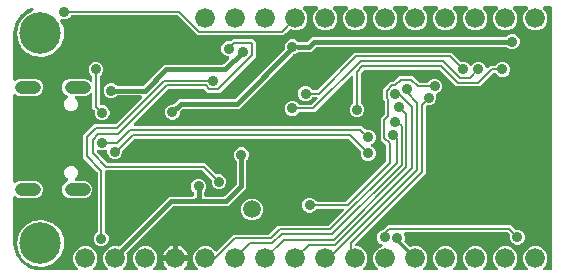
<source format=gbr>
G04 EAGLE Gerber RS-274X export*
G75*
%MOMM*%
%FSLAX34Y34*%
%LPD*%
%INBottom Copper*%
%IPPOS*%
%AMOC8*
5,1,8,0,0,1.08239X$1,22.5*%
G01*
%ADD10C,3.516000*%
%ADD11C,1.676400*%
%ADD12C,1.108000*%
%ADD13C,1.500000*%
%ADD14C,0.906400*%
%ADD15C,0.406400*%
%ADD16C,0.203200*%
%ADD17C,0.254000*%

G36*
X56363Y2558D02*
X56363Y2558D01*
X56502Y2571D01*
X56521Y2578D01*
X56541Y2581D01*
X56670Y2632D01*
X56801Y2679D01*
X56818Y2690D01*
X56837Y2698D01*
X56949Y2779D01*
X57064Y2857D01*
X57078Y2873D01*
X57094Y2884D01*
X57183Y2992D01*
X57275Y3096D01*
X57284Y3114D01*
X57297Y3129D01*
X57356Y3255D01*
X57419Y3379D01*
X57424Y3399D01*
X57432Y3417D01*
X57459Y3553D01*
X57489Y3689D01*
X57488Y3710D01*
X57492Y3729D01*
X57484Y3868D01*
X57479Y4007D01*
X57474Y4027D01*
X57473Y4047D01*
X57430Y4179D01*
X57391Y4313D01*
X57381Y4330D01*
X57374Y4349D01*
X57300Y4467D01*
X57229Y4587D01*
X57211Y4608D01*
X57204Y4618D01*
X57189Y4632D01*
X57123Y4707D01*
X54886Y6944D01*
X53339Y10679D01*
X53339Y14721D01*
X54886Y18456D01*
X57744Y21314D01*
X61479Y22861D01*
X65521Y22861D01*
X69256Y21314D01*
X72114Y18456D01*
X73661Y14721D01*
X73661Y10679D01*
X72114Y6944D01*
X69877Y4707D01*
X69792Y4598D01*
X69703Y4491D01*
X69694Y4472D01*
X69682Y4456D01*
X69627Y4328D01*
X69568Y4203D01*
X69564Y4183D01*
X69556Y4164D01*
X69534Y4026D01*
X69508Y3890D01*
X69509Y3870D01*
X69506Y3850D01*
X69519Y3711D01*
X69527Y3573D01*
X69534Y3554D01*
X69536Y3534D01*
X69583Y3402D01*
X69626Y3271D01*
X69636Y3253D01*
X69643Y3234D01*
X69721Y3119D01*
X69796Y3002D01*
X69810Y2988D01*
X69822Y2971D01*
X69926Y2879D01*
X70027Y2784D01*
X70045Y2774D01*
X70060Y2761D01*
X70184Y2697D01*
X70306Y2630D01*
X70325Y2625D01*
X70343Y2616D01*
X70479Y2586D01*
X70614Y2551D01*
X70642Y2549D01*
X70654Y2546D01*
X70674Y2547D01*
X70774Y2541D01*
X81626Y2541D01*
X81763Y2558D01*
X81902Y2571D01*
X81921Y2578D01*
X81941Y2581D01*
X82070Y2632D01*
X82201Y2679D01*
X82218Y2690D01*
X82237Y2698D01*
X82349Y2779D01*
X82464Y2857D01*
X82478Y2873D01*
X82494Y2884D01*
X82583Y2992D01*
X82675Y3096D01*
X82684Y3114D01*
X82697Y3129D01*
X82756Y3255D01*
X82819Y3379D01*
X82824Y3399D01*
X82832Y3417D01*
X82859Y3553D01*
X82889Y3689D01*
X82888Y3710D01*
X82892Y3729D01*
X82884Y3868D01*
X82879Y4007D01*
X82874Y4027D01*
X82873Y4047D01*
X82830Y4179D01*
X82791Y4313D01*
X82781Y4330D01*
X82774Y4349D01*
X82700Y4467D01*
X82629Y4587D01*
X82611Y4608D01*
X82604Y4618D01*
X82589Y4632D01*
X82523Y4707D01*
X80286Y6944D01*
X78739Y10679D01*
X78739Y14721D01*
X80286Y18456D01*
X83144Y21314D01*
X86879Y22861D01*
X90921Y22861D01*
X90930Y22857D01*
X90959Y22849D01*
X90985Y22836D01*
X91112Y22807D01*
X91237Y22773D01*
X91267Y22772D01*
X91295Y22766D01*
X91425Y22770D01*
X91555Y22768D01*
X91584Y22775D01*
X91613Y22776D01*
X91738Y22812D01*
X91864Y22842D01*
X91891Y22856D01*
X91919Y22864D01*
X92031Y22930D01*
X92146Y22991D01*
X92167Y23011D01*
X92193Y23026D01*
X92314Y23132D01*
X131454Y62272D01*
X134206Y65025D01*
X154001Y65025D01*
X154099Y65037D01*
X154198Y65040D01*
X154256Y65057D01*
X154316Y65065D01*
X154408Y65101D01*
X154504Y65129D01*
X154556Y65159D01*
X154612Y65182D01*
X154692Y65240D01*
X154778Y65290D01*
X154853Y65356D01*
X154869Y65368D01*
X154877Y65378D01*
X154898Y65397D01*
X154949Y65447D01*
X155009Y65525D01*
X155077Y65597D01*
X155106Y65651D01*
X155144Y65699D01*
X155183Y65789D01*
X155231Y65876D01*
X155246Y65935D01*
X155270Y65990D01*
X155285Y66088D01*
X155310Y66184D01*
X155316Y66284D01*
X155320Y66305D01*
X155318Y66317D01*
X155320Y66344D01*
X155320Y68274D01*
X155308Y68372D01*
X155305Y68471D01*
X155288Y68530D01*
X155280Y68590D01*
X155244Y68682D01*
X155216Y68777D01*
X155186Y68829D01*
X155163Y68885D01*
X155105Y68965D01*
X155055Y69051D01*
X154989Y69126D01*
X154977Y69143D01*
X154967Y69151D01*
X154949Y69172D01*
X154035Y70085D01*
X153074Y72405D01*
X153074Y74915D01*
X154035Y77235D01*
X155810Y79010D01*
X158130Y79971D01*
X160640Y79971D01*
X162960Y79010D01*
X164735Y77235D01*
X165696Y74915D01*
X165696Y72405D01*
X164735Y70085D01*
X163821Y69172D01*
X163761Y69093D01*
X163693Y69021D01*
X163664Y68968D01*
X163627Y68920D01*
X163587Y68829D01*
X163539Y68743D01*
X163524Y68684D01*
X163500Y68629D01*
X163485Y68531D01*
X163460Y68435D01*
X163454Y68335D01*
X163450Y68315D01*
X163452Y68302D01*
X163450Y68274D01*
X163450Y66294D01*
X163465Y66176D01*
X163472Y66057D01*
X163485Y66019D01*
X163490Y65978D01*
X163533Y65868D01*
X163570Y65755D01*
X163592Y65720D01*
X163607Y65683D01*
X163676Y65587D01*
X163740Y65486D01*
X163770Y65458D01*
X163793Y65425D01*
X163885Y65349D01*
X163972Y65268D01*
X164007Y65248D01*
X164038Y65223D01*
X164146Y65172D01*
X164250Y65114D01*
X164290Y65104D01*
X164326Y65087D01*
X164443Y65065D01*
X164558Y65035D01*
X164618Y65031D01*
X164638Y65027D01*
X164659Y65029D01*
X164719Y65025D01*
X180671Y65025D01*
X180769Y65037D01*
X180868Y65040D01*
X180926Y65057D01*
X180986Y65065D01*
X181078Y65101D01*
X181173Y65129D01*
X181225Y65159D01*
X181282Y65182D01*
X181362Y65240D01*
X181447Y65290D01*
X181523Y65356D01*
X181539Y65368D01*
X181547Y65378D01*
X181568Y65396D01*
X191144Y74972D01*
X191204Y75050D01*
X191272Y75122D01*
X191301Y75175D01*
X191338Y75223D01*
X191378Y75314D01*
X191426Y75401D01*
X191441Y75459D01*
X191465Y75515D01*
X191480Y75613D01*
X191505Y75709D01*
X191511Y75809D01*
X191515Y75829D01*
X191513Y75841D01*
X191515Y75869D01*
X191515Y94944D01*
X191503Y95042D01*
X191500Y95141D01*
X191483Y95200D01*
X191475Y95260D01*
X191439Y95352D01*
X191411Y95447D01*
X191381Y95499D01*
X191358Y95555D01*
X191300Y95635D01*
X191250Y95721D01*
X191184Y95796D01*
X191172Y95813D01*
X191162Y95821D01*
X191144Y95842D01*
X190230Y96755D01*
X189269Y99075D01*
X189269Y101585D01*
X190230Y103905D01*
X192005Y105680D01*
X194325Y106641D01*
X196835Y106641D01*
X199155Y105680D01*
X200930Y103905D01*
X201891Y101585D01*
X201891Y99075D01*
X200930Y96755D01*
X200016Y95842D01*
X199956Y95763D01*
X199888Y95691D01*
X199859Y95638D01*
X199822Y95590D01*
X199782Y95499D01*
X199734Y95413D01*
X199719Y95354D01*
X199695Y95299D01*
X199680Y95201D01*
X199655Y95105D01*
X199649Y95005D01*
X199645Y94985D01*
X199647Y94972D01*
X199645Y94944D01*
X199645Y71976D01*
X184564Y56895D01*
X138099Y56895D01*
X138001Y56883D01*
X137902Y56880D01*
X137844Y56863D01*
X137784Y56855D01*
X137692Y56819D01*
X137597Y56791D01*
X137544Y56761D01*
X137488Y56738D01*
X137408Y56680D01*
X137323Y56630D01*
X137247Y56564D01*
X137231Y56552D01*
X137223Y56542D01*
X137202Y56524D01*
X98588Y17910D01*
X98570Y17886D01*
X98547Y17867D01*
X98473Y17761D01*
X98393Y17658D01*
X98381Y17631D01*
X98364Y17607D01*
X98318Y17486D01*
X98267Y17367D01*
X98262Y17337D01*
X98252Y17310D01*
X98237Y17181D01*
X98217Y17052D01*
X98220Y17023D01*
X98216Y16994D01*
X98235Y16865D01*
X98247Y16736D01*
X98257Y16708D01*
X98261Y16679D01*
X98313Y16526D01*
X99061Y14721D01*
X99061Y10679D01*
X97514Y6944D01*
X95277Y4707D01*
X95192Y4598D01*
X95103Y4491D01*
X95094Y4472D01*
X95082Y4456D01*
X95027Y4328D01*
X94968Y4203D01*
X94964Y4183D01*
X94956Y4164D01*
X94934Y4026D01*
X94908Y3890D01*
X94909Y3870D01*
X94906Y3850D01*
X94919Y3711D01*
X94927Y3573D01*
X94934Y3554D01*
X94936Y3534D01*
X94983Y3402D01*
X95026Y3271D01*
X95036Y3253D01*
X95043Y3234D01*
X95121Y3119D01*
X95196Y3002D01*
X95210Y2988D01*
X95222Y2971D01*
X95326Y2879D01*
X95427Y2784D01*
X95445Y2774D01*
X95460Y2761D01*
X95584Y2697D01*
X95706Y2630D01*
X95725Y2625D01*
X95743Y2616D01*
X95879Y2586D01*
X96014Y2551D01*
X96042Y2549D01*
X96054Y2546D01*
X96074Y2547D01*
X96174Y2541D01*
X107026Y2541D01*
X107163Y2558D01*
X107302Y2571D01*
X107321Y2578D01*
X107341Y2581D01*
X107470Y2632D01*
X107601Y2679D01*
X107618Y2690D01*
X107637Y2698D01*
X107749Y2779D01*
X107864Y2857D01*
X107878Y2873D01*
X107894Y2884D01*
X107983Y2992D01*
X108075Y3096D01*
X108084Y3114D01*
X108097Y3129D01*
X108156Y3255D01*
X108219Y3379D01*
X108224Y3399D01*
X108232Y3417D01*
X108259Y3553D01*
X108289Y3689D01*
X108288Y3710D01*
X108292Y3729D01*
X108284Y3868D01*
X108279Y4007D01*
X108274Y4027D01*
X108273Y4047D01*
X108230Y4179D01*
X108191Y4313D01*
X108181Y4330D01*
X108174Y4349D01*
X108100Y4467D01*
X108029Y4587D01*
X108011Y4608D01*
X108004Y4618D01*
X107989Y4632D01*
X107923Y4707D01*
X105686Y6944D01*
X104139Y10679D01*
X104139Y14721D01*
X105686Y18456D01*
X108544Y21314D01*
X112279Y22861D01*
X116321Y22861D01*
X120056Y21314D01*
X122914Y18456D01*
X124461Y14721D01*
X124461Y10679D01*
X122914Y6944D01*
X120677Y4707D01*
X120592Y4598D01*
X120503Y4491D01*
X120494Y4472D01*
X120482Y4456D01*
X120427Y4328D01*
X120368Y4203D01*
X120364Y4183D01*
X120356Y4164D01*
X120334Y4026D01*
X120308Y3890D01*
X120309Y3870D01*
X120306Y3850D01*
X120319Y3711D01*
X120327Y3573D01*
X120334Y3554D01*
X120336Y3534D01*
X120383Y3402D01*
X120426Y3271D01*
X120436Y3253D01*
X120443Y3234D01*
X120521Y3119D01*
X120596Y3002D01*
X120610Y2988D01*
X120622Y2971D01*
X120726Y2879D01*
X120827Y2784D01*
X120845Y2774D01*
X120860Y2761D01*
X120984Y2697D01*
X121106Y2630D01*
X121125Y2625D01*
X121143Y2616D01*
X121279Y2586D01*
X121414Y2551D01*
X121442Y2549D01*
X121454Y2546D01*
X121474Y2547D01*
X121574Y2541D01*
X131348Y2541D01*
X131486Y2558D01*
X131624Y2571D01*
X131643Y2578D01*
X131664Y2581D01*
X131793Y2632D01*
X131924Y2679D01*
X131940Y2690D01*
X131959Y2698D01*
X132071Y2779D01*
X132187Y2857D01*
X132200Y2873D01*
X132217Y2884D01*
X132305Y2992D01*
X132397Y3096D01*
X132406Y3114D01*
X132419Y3129D01*
X132479Y3255D01*
X132542Y3379D01*
X132546Y3399D01*
X132555Y3417D01*
X132581Y3554D01*
X132611Y3689D01*
X132611Y3710D01*
X132615Y3729D01*
X132606Y3868D01*
X132602Y4007D01*
X132596Y4027D01*
X132595Y4047D01*
X132552Y4179D01*
X132513Y4313D01*
X132503Y4330D01*
X132497Y4349D01*
X132423Y4467D01*
X132352Y4587D01*
X132333Y4608D01*
X132327Y4618D01*
X132312Y4632D01*
X132245Y4707D01*
X131369Y5584D01*
X130358Y6975D01*
X129577Y8507D01*
X129046Y10142D01*
X129037Y10201D01*
X138470Y10201D01*
X138588Y10216D01*
X138707Y10223D01*
X138745Y10235D01*
X138785Y10241D01*
X138896Y10284D01*
X139009Y10321D01*
X139043Y10343D01*
X139081Y10358D01*
X139177Y10427D01*
X139278Y10491D01*
X139306Y10521D01*
X139338Y10544D01*
X139414Y10636D01*
X139496Y10723D01*
X139515Y10758D01*
X139541Y10789D01*
X139592Y10897D01*
X139649Y11001D01*
X139659Y11041D01*
X139677Y11077D01*
X139697Y11184D01*
X139701Y11154D01*
X139745Y11044D01*
X139781Y10931D01*
X139803Y10896D01*
X139818Y10859D01*
X139888Y10762D01*
X139951Y10662D01*
X139981Y10634D01*
X140005Y10601D01*
X140096Y10525D01*
X140183Y10444D01*
X140218Y10424D01*
X140250Y10399D01*
X140357Y10348D01*
X140462Y10290D01*
X140501Y10280D01*
X140537Y10263D01*
X140654Y10241D01*
X140770Y10211D01*
X140830Y10207D01*
X140850Y10203D01*
X140870Y10205D01*
X140930Y10201D01*
X150363Y10201D01*
X150354Y10142D01*
X149823Y8507D01*
X149042Y6975D01*
X148031Y5584D01*
X147155Y4707D01*
X147070Y4598D01*
X146981Y4491D01*
X146972Y4472D01*
X146960Y4456D01*
X146904Y4328D01*
X146845Y4203D01*
X146841Y4183D01*
X146833Y4164D01*
X146811Y4026D01*
X146785Y3890D01*
X146787Y3870D01*
X146783Y3850D01*
X146796Y3711D01*
X146805Y3573D01*
X146811Y3554D01*
X146813Y3534D01*
X146860Y3402D01*
X146903Y3271D01*
X146914Y3253D01*
X146921Y3234D01*
X146999Y3119D01*
X147073Y3002D01*
X147088Y2988D01*
X147099Y2971D01*
X147203Y2879D01*
X147305Y2784D01*
X147323Y2774D01*
X147338Y2761D01*
X147462Y2698D01*
X147583Y2630D01*
X147603Y2625D01*
X147621Y2616D01*
X147757Y2586D01*
X147891Y2551D01*
X147919Y2549D01*
X147931Y2546D01*
X147952Y2547D01*
X148052Y2541D01*
X157826Y2541D01*
X157963Y2558D01*
X158102Y2571D01*
X158121Y2578D01*
X158141Y2581D01*
X158270Y2632D01*
X158401Y2679D01*
X158418Y2690D01*
X158437Y2698D01*
X158549Y2779D01*
X158664Y2857D01*
X158678Y2873D01*
X158694Y2884D01*
X158783Y2992D01*
X158875Y3096D01*
X158884Y3114D01*
X158897Y3129D01*
X158956Y3255D01*
X159019Y3379D01*
X159024Y3399D01*
X159032Y3417D01*
X159059Y3553D01*
X159089Y3689D01*
X159088Y3710D01*
X159092Y3729D01*
X159084Y3868D01*
X159079Y4007D01*
X159074Y4027D01*
X159073Y4047D01*
X159030Y4179D01*
X158991Y4313D01*
X158981Y4330D01*
X158974Y4349D01*
X158900Y4467D01*
X158829Y4587D01*
X158811Y4608D01*
X158804Y4618D01*
X158789Y4632D01*
X158723Y4707D01*
X156486Y6944D01*
X154939Y10679D01*
X154939Y14721D01*
X156486Y18456D01*
X159344Y21314D01*
X163079Y22861D01*
X167121Y22861D01*
X170856Y21314D01*
X173436Y18734D01*
X173530Y18661D01*
X173619Y18582D01*
X173655Y18564D01*
X173687Y18539D01*
X173796Y18492D01*
X173902Y18438D01*
X173941Y18429D01*
X173979Y18413D01*
X174096Y18394D01*
X174212Y18368D01*
X174253Y18369D01*
X174293Y18363D01*
X174411Y18374D01*
X174530Y18378D01*
X174569Y18389D01*
X174609Y18393D01*
X174722Y18433D01*
X174836Y18466D01*
X174871Y18486D01*
X174909Y18500D01*
X175007Y18567D01*
X175110Y18628D01*
X175155Y18667D01*
X175172Y18679D01*
X175185Y18694D01*
X175231Y18734D01*
X189263Y32767D01*
X218397Y32767D01*
X218495Y32779D01*
X218594Y32782D01*
X218653Y32799D01*
X218713Y32807D01*
X218805Y32843D01*
X218900Y32871D01*
X218952Y32901D01*
X219008Y32924D01*
X219088Y32982D01*
X219174Y33032D01*
X219249Y33098D01*
X219266Y33110D01*
X219273Y33120D01*
X219295Y33138D01*
X224385Y38229D01*
X226543Y40387D01*
X269165Y40387D01*
X269263Y40399D01*
X269362Y40402D01*
X269420Y40419D01*
X269480Y40427D01*
X269572Y40463D01*
X269667Y40491D01*
X269720Y40521D01*
X269776Y40544D01*
X269856Y40602D01*
X269941Y40652D01*
X270017Y40718D01*
X270033Y40730D01*
X270041Y40740D01*
X270062Y40758D01*
X281873Y52570D01*
X281958Y52679D01*
X282047Y52786D01*
X282056Y52805D01*
X282068Y52821D01*
X282124Y52949D01*
X282183Y53074D01*
X282186Y53094D01*
X282195Y53113D01*
X282216Y53251D01*
X282242Y53387D01*
X282241Y53407D01*
X282244Y53427D01*
X282231Y53566D01*
X282223Y53704D01*
X282216Y53723D01*
X282215Y53743D01*
X282167Y53875D01*
X282125Y54006D01*
X282114Y54024D01*
X282107Y54043D01*
X282029Y54158D01*
X281954Y54275D01*
X281940Y54289D01*
X281928Y54306D01*
X281824Y54398D01*
X281723Y54493D01*
X281705Y54503D01*
X281690Y54516D01*
X281566Y54580D01*
X281444Y54647D01*
X281425Y54652D01*
X281407Y54661D01*
X281271Y54691D01*
X281136Y54726D01*
X281108Y54728D01*
X281096Y54731D01*
X281076Y54730D01*
X280976Y54736D01*
X259767Y54736D01*
X259669Y54724D01*
X259570Y54721D01*
X259511Y54704D01*
X259451Y54696D01*
X259359Y54660D01*
X259264Y54632D01*
X259212Y54602D01*
X259156Y54579D01*
X259076Y54521D01*
X258990Y54471D01*
X258915Y54405D01*
X258898Y54393D01*
X258890Y54383D01*
X258869Y54365D01*
X256940Y52435D01*
X254620Y51474D01*
X252110Y51474D01*
X249790Y52435D01*
X248015Y54210D01*
X247054Y56530D01*
X247054Y59040D01*
X248015Y61360D01*
X249790Y63135D01*
X252110Y64096D01*
X254620Y64096D01*
X256940Y63135D01*
X258869Y61205D01*
X258948Y61145D01*
X259020Y61077D01*
X259073Y61048D01*
X259121Y61011D01*
X259212Y60971D01*
X259298Y60923D01*
X259357Y60908D01*
X259412Y60884D01*
X259510Y60869D01*
X259606Y60844D01*
X259706Y60838D01*
X259726Y60834D01*
X259739Y60836D01*
X259767Y60834D01*
X283864Y60834D01*
X283962Y60846D01*
X284062Y60849D01*
X284120Y60866D01*
X284180Y60874D01*
X284272Y60910D01*
X284367Y60938D01*
X284419Y60968D01*
X284476Y60991D01*
X284556Y61049D01*
X284641Y61099D01*
X284716Y61165D01*
X284733Y61177D01*
X284741Y61187D01*
X284762Y61205D01*
X317523Y93967D01*
X317584Y94045D01*
X317652Y94118D01*
X317681Y94171D01*
X317718Y94218D01*
X317758Y94309D01*
X317806Y94396D01*
X317821Y94455D01*
X317845Y94510D01*
X317860Y94608D01*
X317885Y94704D01*
X317891Y94804D01*
X317895Y94824D01*
X317893Y94837D01*
X317895Y94865D01*
X317895Y108225D01*
X317883Y108323D01*
X317880Y108422D01*
X317863Y108480D01*
X317855Y108540D01*
X317819Y108633D01*
X317791Y108728D01*
X317761Y108780D01*
X317738Y108836D01*
X317680Y108916D01*
X317630Y109002D01*
X317563Y109077D01*
X317551Y109093D01*
X317542Y109101D01*
X317523Y109122D01*
X313515Y113131D01*
X313515Y131043D01*
X316620Y134148D01*
X316680Y134226D01*
X316748Y134298D01*
X316777Y134351D01*
X316814Y134399D01*
X316854Y134490D01*
X316902Y134577D01*
X316917Y134635D01*
X316941Y134691D01*
X316956Y134789D01*
X316981Y134884D01*
X316987Y134984D01*
X316991Y135005D01*
X316989Y135017D01*
X316991Y135045D01*
X316991Y145424D01*
X316979Y145522D01*
X316976Y145621D01*
X316959Y145679D01*
X316951Y145739D01*
X316915Y145831D01*
X316887Y145927D01*
X316857Y145979D01*
X316834Y146035D01*
X316776Y146115D01*
X316726Y146201D01*
X316660Y146276D01*
X316648Y146292D01*
X316638Y146300D01*
X316620Y146321D01*
X315427Y147514D01*
X315427Y156109D01*
X321504Y162186D01*
X324022Y162186D01*
X324121Y162199D01*
X324220Y162202D01*
X324278Y162218D01*
X324338Y162226D01*
X324430Y162263D01*
X324525Y162290D01*
X324577Y162321D01*
X324634Y162343D01*
X324714Y162401D01*
X324799Y162452D01*
X324874Y162518D01*
X324891Y162530D01*
X324899Y162539D01*
X324920Y162558D01*
X329188Y166826D01*
X340797Y166826D01*
X345696Y161927D01*
X345774Y161866D01*
X345846Y161798D01*
X345899Y161769D01*
X345947Y161732D01*
X346038Y161693D01*
X346125Y161645D01*
X346184Y161630D01*
X346239Y161606D01*
X346337Y161590D01*
X346433Y161566D01*
X346533Y161559D01*
X346553Y161556D01*
X346566Y161557D01*
X346594Y161555D01*
X353008Y161555D01*
X353106Y161568D01*
X353205Y161571D01*
X353264Y161588D01*
X353324Y161595D01*
X353416Y161632D01*
X353511Y161659D01*
X353563Y161690D01*
X353619Y161712D01*
X353699Y161770D01*
X353785Y161821D01*
X353860Y161887D01*
X353877Y161899D01*
X353885Y161908D01*
X353906Y161927D01*
X355835Y163857D01*
X358155Y164817D01*
X360665Y164817D01*
X362985Y163857D01*
X364760Y162081D01*
X365721Y159762D01*
X365721Y157251D01*
X364760Y154932D01*
X362985Y153157D01*
X361026Y152345D01*
X360923Y152286D01*
X360816Y152234D01*
X360785Y152208D01*
X360750Y152188D01*
X360664Y152105D01*
X360574Y152028D01*
X360551Y151995D01*
X360522Y151967D01*
X360459Y151865D01*
X360391Y151768D01*
X360376Y151730D01*
X360355Y151695D01*
X360320Y151582D01*
X360278Y151470D01*
X360274Y151430D01*
X360262Y151391D01*
X360256Y151273D01*
X360243Y151154D01*
X360248Y151114D01*
X360247Y151074D01*
X360271Y150957D01*
X360287Y150839D01*
X360307Y150782D01*
X360311Y150762D01*
X360320Y150744D01*
X360339Y150687D01*
X360649Y149939D01*
X360649Y147428D01*
X359689Y145109D01*
X357913Y143333D01*
X355594Y142373D01*
X352939Y142373D01*
X352821Y142358D01*
X352703Y142350D01*
X352664Y142338D01*
X352624Y142333D01*
X352513Y142289D01*
X352400Y142252D01*
X352366Y142231D01*
X352328Y142216D01*
X352232Y142146D01*
X352131Y142082D01*
X352104Y142053D01*
X352071Y142029D01*
X351995Y141937D01*
X351913Y141851D01*
X351894Y141815D01*
X351868Y141784D01*
X351817Y141676D01*
X351760Y141572D01*
X351750Y141533D01*
X351733Y141496D01*
X351710Y141380D01*
X351680Y141264D01*
X351677Y141204D01*
X351673Y141184D01*
X351674Y141164D01*
X351670Y141104D01*
X351670Y85007D01*
X291710Y25047D01*
X291650Y24969D01*
X291582Y24896D01*
X291553Y24843D01*
X291516Y24796D01*
X291476Y24705D01*
X291428Y24618D01*
X291413Y24559D01*
X291389Y24504D01*
X291374Y24406D01*
X291349Y24310D01*
X291343Y24221D01*
X291341Y24210D01*
X291342Y24204D01*
X291339Y24190D01*
X291341Y24177D01*
X291339Y24149D01*
X291339Y24130D01*
X291354Y24012D01*
X291361Y23893D01*
X291374Y23855D01*
X291379Y23814D01*
X291422Y23704D01*
X291459Y23591D01*
X291481Y23556D01*
X291496Y23519D01*
X291565Y23423D01*
X291629Y23322D01*
X291659Y23294D01*
X291682Y23261D01*
X291774Y23185D01*
X291861Y23104D01*
X291896Y23084D01*
X291927Y23059D01*
X292035Y23008D01*
X292139Y22950D01*
X292179Y22940D01*
X292215Y22923D01*
X292332Y22901D01*
X292447Y22871D01*
X292507Y22867D01*
X292527Y22863D01*
X292548Y22865D01*
X292608Y22861D01*
X294121Y22861D01*
X297856Y21314D01*
X300714Y18456D01*
X302261Y14721D01*
X302261Y10679D01*
X300714Y6944D01*
X298477Y4707D01*
X298392Y4598D01*
X298303Y4491D01*
X298294Y4472D01*
X298282Y4456D01*
X298227Y4328D01*
X298168Y4203D01*
X298164Y4183D01*
X298156Y4164D01*
X298134Y4026D01*
X298108Y3890D01*
X298109Y3870D01*
X298106Y3850D01*
X298119Y3711D01*
X298127Y3573D01*
X298134Y3554D01*
X298136Y3534D01*
X298183Y3402D01*
X298226Y3271D01*
X298236Y3253D01*
X298243Y3234D01*
X298321Y3119D01*
X298396Y3002D01*
X298410Y2988D01*
X298422Y2971D01*
X298526Y2879D01*
X298627Y2784D01*
X298645Y2774D01*
X298660Y2761D01*
X298784Y2697D01*
X298906Y2630D01*
X298925Y2625D01*
X298943Y2616D01*
X299079Y2586D01*
X299214Y2551D01*
X299242Y2549D01*
X299254Y2546D01*
X299274Y2547D01*
X299374Y2541D01*
X310226Y2541D01*
X310363Y2558D01*
X310502Y2571D01*
X310521Y2578D01*
X310541Y2581D01*
X310670Y2632D01*
X310801Y2679D01*
X310818Y2690D01*
X310837Y2698D01*
X310949Y2779D01*
X311064Y2857D01*
X311078Y2873D01*
X311094Y2884D01*
X311183Y2992D01*
X311275Y3096D01*
X311284Y3114D01*
X311297Y3129D01*
X311356Y3255D01*
X311419Y3379D01*
X311424Y3399D01*
X311432Y3417D01*
X311459Y3553D01*
X311489Y3689D01*
X311488Y3710D01*
X311492Y3729D01*
X311484Y3868D01*
X311479Y4007D01*
X311474Y4027D01*
X311473Y4047D01*
X311430Y4179D01*
X311391Y4313D01*
X311381Y4330D01*
X311374Y4349D01*
X311300Y4467D01*
X311229Y4587D01*
X311211Y4608D01*
X311204Y4618D01*
X311189Y4632D01*
X311123Y4707D01*
X308886Y6944D01*
X307339Y10679D01*
X307339Y14721D01*
X308886Y18456D01*
X311744Y21314D01*
X314269Y22360D01*
X314390Y22429D01*
X314513Y22494D01*
X314528Y22507D01*
X314546Y22517D01*
X314646Y22614D01*
X314748Y22708D01*
X314759Y22724D01*
X314774Y22739D01*
X314847Y22857D01*
X314923Y22973D01*
X314930Y22992D01*
X314940Y23010D01*
X314981Y23143D01*
X315026Y23274D01*
X315028Y23294D01*
X315034Y23314D01*
X315041Y23453D01*
X315052Y23591D01*
X315048Y23611D01*
X315049Y23631D01*
X315021Y23767D01*
X314997Y23904D01*
X314989Y23923D01*
X314985Y23943D01*
X314924Y24068D01*
X314867Y24194D01*
X314854Y24210D01*
X314845Y24228D01*
X314755Y24334D01*
X314668Y24443D01*
X314652Y24455D01*
X314639Y24470D01*
X314525Y24551D01*
X314414Y24634D01*
X314389Y24646D01*
X314379Y24654D01*
X314359Y24661D01*
X314269Y24705D01*
X313243Y25130D01*
X311468Y26905D01*
X310507Y29225D01*
X310507Y31735D01*
X311468Y34055D01*
X313243Y35830D01*
X315203Y36642D01*
X315211Y36646D01*
X315220Y36649D01*
X315349Y36725D01*
X315479Y36799D01*
X315486Y36806D01*
X315494Y36810D01*
X315615Y36917D01*
X319553Y40855D01*
X423411Y40855D01*
X426889Y37376D01*
X426967Y37316D01*
X427039Y37248D01*
X427092Y37219D01*
X427140Y37182D01*
X427231Y37142D01*
X427318Y37094D01*
X427377Y37079D01*
X427432Y37055D01*
X427530Y37040D01*
X427626Y37015D01*
X427726Y37009D01*
X427746Y37005D01*
X427759Y37007D01*
X427787Y37005D01*
X430515Y37005D01*
X432835Y36044D01*
X434610Y34269D01*
X435571Y31949D01*
X435571Y29439D01*
X434610Y27119D01*
X432835Y25344D01*
X430515Y24383D01*
X428005Y24383D01*
X425685Y25344D01*
X423910Y27119D01*
X422949Y29439D01*
X422949Y32167D01*
X422937Y32266D01*
X422934Y32365D01*
X422917Y32423D01*
X422909Y32483D01*
X422873Y32575D01*
X422845Y32670D01*
X422815Y32722D01*
X422792Y32779D01*
X422734Y32859D01*
X422684Y32944D01*
X422618Y33019D01*
X422606Y33036D01*
X422596Y33044D01*
X422578Y33065D01*
X421257Y34386D01*
X421179Y34446D01*
X421107Y34514D01*
X421054Y34543D01*
X421006Y34580D01*
X420915Y34620D01*
X420828Y34668D01*
X420769Y34683D01*
X420714Y34707D01*
X420616Y34722D01*
X420520Y34747D01*
X420420Y34753D01*
X420400Y34757D01*
X420387Y34755D01*
X420359Y34757D01*
X334356Y34757D01*
X334306Y34751D01*
X334257Y34753D01*
X334149Y34731D01*
X334040Y34717D01*
X333994Y34699D01*
X333945Y34689D01*
X333846Y34641D01*
X333744Y34600D01*
X333704Y34571D01*
X333659Y34549D01*
X333576Y34478D01*
X333487Y34414D01*
X333455Y34375D01*
X333417Y34343D01*
X333354Y34253D01*
X333284Y34169D01*
X333263Y34124D01*
X333234Y34083D01*
X333195Y33980D01*
X333149Y33881D01*
X333139Y33832D01*
X333122Y33786D01*
X333109Y33676D01*
X333089Y33569D01*
X333092Y33519D01*
X333086Y33470D01*
X333102Y33361D01*
X333109Y33251D01*
X333124Y33204D01*
X333131Y33155D01*
X333183Y33002D01*
X333971Y31100D01*
X333971Y28590D01*
X333625Y27754D01*
X333617Y27726D01*
X333603Y27699D01*
X333575Y27573D01*
X333541Y27447D01*
X333540Y27418D01*
X333534Y27389D01*
X333538Y27259D01*
X333536Y27129D01*
X333543Y27101D01*
X333543Y27071D01*
X333579Y26947D01*
X333610Y26820D01*
X333624Y26794D01*
X333632Y26766D01*
X333698Y26654D01*
X333759Y26539D01*
X333778Y26517D01*
X333793Y26492D01*
X333900Y26371D01*
X337826Y22444D01*
X337850Y22426D01*
X337869Y22404D01*
X337975Y22329D01*
X338078Y22249D01*
X338105Y22238D01*
X338129Y22221D01*
X338250Y22175D01*
X338369Y22123D01*
X338399Y22119D01*
X338426Y22108D01*
X338555Y22094D01*
X338684Y22073D01*
X338713Y22076D01*
X338742Y22073D01*
X338871Y22091D01*
X339000Y22103D01*
X339028Y22113D01*
X339057Y22117D01*
X339210Y22169D01*
X340879Y22861D01*
X344921Y22861D01*
X348656Y21314D01*
X351514Y18456D01*
X353061Y14721D01*
X353061Y10679D01*
X351514Y6944D01*
X349277Y4707D01*
X349192Y4598D01*
X349103Y4491D01*
X349094Y4472D01*
X349082Y4456D01*
X349027Y4328D01*
X348968Y4203D01*
X348964Y4183D01*
X348956Y4164D01*
X348934Y4026D01*
X348908Y3890D01*
X348909Y3870D01*
X348906Y3850D01*
X348919Y3711D01*
X348927Y3573D01*
X348934Y3554D01*
X348936Y3534D01*
X348983Y3402D01*
X349026Y3271D01*
X349036Y3253D01*
X349043Y3234D01*
X349121Y3119D01*
X349196Y3002D01*
X349210Y2988D01*
X349222Y2971D01*
X349326Y2879D01*
X349427Y2784D01*
X349445Y2774D01*
X349460Y2761D01*
X349584Y2697D01*
X349706Y2630D01*
X349725Y2625D01*
X349743Y2616D01*
X349879Y2586D01*
X350014Y2551D01*
X350042Y2549D01*
X350054Y2546D01*
X350074Y2547D01*
X350174Y2541D01*
X361026Y2541D01*
X361163Y2558D01*
X361302Y2571D01*
X361321Y2578D01*
X361341Y2581D01*
X361470Y2632D01*
X361601Y2679D01*
X361618Y2690D01*
X361637Y2698D01*
X361749Y2779D01*
X361864Y2857D01*
X361878Y2873D01*
X361894Y2884D01*
X361983Y2992D01*
X362075Y3096D01*
X362084Y3114D01*
X362097Y3129D01*
X362156Y3255D01*
X362219Y3379D01*
X362224Y3399D01*
X362232Y3417D01*
X362259Y3553D01*
X362289Y3689D01*
X362288Y3710D01*
X362292Y3729D01*
X362284Y3868D01*
X362279Y4007D01*
X362274Y4027D01*
X362273Y4047D01*
X362230Y4179D01*
X362191Y4313D01*
X362181Y4330D01*
X362174Y4349D01*
X362100Y4467D01*
X362029Y4587D01*
X362011Y4608D01*
X362004Y4618D01*
X361989Y4632D01*
X361923Y4707D01*
X359686Y6944D01*
X358139Y10679D01*
X358139Y14721D01*
X359686Y18456D01*
X362544Y21314D01*
X366279Y22861D01*
X370321Y22861D01*
X374056Y21314D01*
X376914Y18456D01*
X378461Y14721D01*
X378461Y10679D01*
X376914Y6944D01*
X374677Y4707D01*
X374592Y4598D01*
X374503Y4491D01*
X374494Y4472D01*
X374482Y4456D01*
X374427Y4328D01*
X374368Y4203D01*
X374364Y4183D01*
X374356Y4164D01*
X374334Y4026D01*
X374308Y3890D01*
X374309Y3870D01*
X374306Y3850D01*
X374319Y3711D01*
X374327Y3573D01*
X374334Y3554D01*
X374336Y3534D01*
X374383Y3402D01*
X374426Y3271D01*
X374436Y3253D01*
X374443Y3234D01*
X374521Y3119D01*
X374596Y3002D01*
X374610Y2988D01*
X374622Y2971D01*
X374726Y2879D01*
X374827Y2784D01*
X374845Y2774D01*
X374860Y2761D01*
X374984Y2697D01*
X375106Y2630D01*
X375125Y2625D01*
X375143Y2616D01*
X375279Y2586D01*
X375414Y2551D01*
X375442Y2549D01*
X375454Y2546D01*
X375474Y2547D01*
X375574Y2541D01*
X386426Y2541D01*
X386563Y2558D01*
X386702Y2571D01*
X386721Y2578D01*
X386741Y2581D01*
X386870Y2632D01*
X387001Y2679D01*
X387018Y2690D01*
X387037Y2698D01*
X387149Y2779D01*
X387264Y2857D01*
X387278Y2873D01*
X387294Y2884D01*
X387383Y2992D01*
X387475Y3096D01*
X387484Y3114D01*
X387497Y3129D01*
X387556Y3255D01*
X387619Y3379D01*
X387624Y3399D01*
X387632Y3417D01*
X387659Y3553D01*
X387689Y3689D01*
X387688Y3710D01*
X387692Y3729D01*
X387684Y3868D01*
X387679Y4007D01*
X387674Y4027D01*
X387673Y4047D01*
X387630Y4179D01*
X387591Y4313D01*
X387581Y4330D01*
X387574Y4349D01*
X387500Y4467D01*
X387429Y4587D01*
X387411Y4608D01*
X387404Y4618D01*
X387389Y4632D01*
X387323Y4707D01*
X385086Y6944D01*
X383539Y10679D01*
X383539Y14721D01*
X385086Y18456D01*
X387944Y21314D01*
X391679Y22861D01*
X395721Y22861D01*
X399456Y21314D01*
X402314Y18456D01*
X403861Y14721D01*
X403861Y10679D01*
X402314Y6944D01*
X400077Y4707D01*
X399992Y4598D01*
X399903Y4491D01*
X399894Y4472D01*
X399882Y4456D01*
X399827Y4328D01*
X399768Y4203D01*
X399764Y4183D01*
X399756Y4164D01*
X399734Y4026D01*
X399708Y3890D01*
X399709Y3870D01*
X399706Y3850D01*
X399719Y3711D01*
X399727Y3573D01*
X399734Y3554D01*
X399736Y3534D01*
X399783Y3402D01*
X399826Y3271D01*
X399836Y3253D01*
X399843Y3234D01*
X399921Y3119D01*
X399996Y3002D01*
X400010Y2988D01*
X400022Y2971D01*
X400126Y2879D01*
X400227Y2784D01*
X400245Y2774D01*
X400260Y2761D01*
X400384Y2697D01*
X400506Y2630D01*
X400525Y2625D01*
X400543Y2616D01*
X400679Y2586D01*
X400814Y2551D01*
X400842Y2549D01*
X400854Y2546D01*
X400874Y2547D01*
X400974Y2541D01*
X411826Y2541D01*
X411963Y2558D01*
X412102Y2571D01*
X412121Y2578D01*
X412141Y2581D01*
X412270Y2632D01*
X412401Y2679D01*
X412418Y2690D01*
X412437Y2698D01*
X412549Y2779D01*
X412664Y2857D01*
X412678Y2873D01*
X412694Y2884D01*
X412783Y2992D01*
X412875Y3096D01*
X412884Y3114D01*
X412897Y3129D01*
X412956Y3255D01*
X413019Y3379D01*
X413024Y3399D01*
X413032Y3417D01*
X413059Y3553D01*
X413089Y3689D01*
X413088Y3710D01*
X413092Y3729D01*
X413084Y3868D01*
X413079Y4007D01*
X413074Y4027D01*
X413073Y4047D01*
X413030Y4179D01*
X412991Y4313D01*
X412981Y4330D01*
X412974Y4349D01*
X412900Y4467D01*
X412829Y4587D01*
X412811Y4608D01*
X412804Y4618D01*
X412789Y4632D01*
X412723Y4707D01*
X410486Y6944D01*
X408939Y10679D01*
X408939Y14721D01*
X410486Y18456D01*
X413344Y21314D01*
X417079Y22861D01*
X421121Y22861D01*
X424856Y21314D01*
X427714Y18456D01*
X429261Y14721D01*
X429261Y10679D01*
X427714Y6944D01*
X425477Y4707D01*
X425392Y4598D01*
X425303Y4491D01*
X425294Y4472D01*
X425282Y4456D01*
X425227Y4328D01*
X425168Y4203D01*
X425164Y4183D01*
X425156Y4164D01*
X425134Y4026D01*
X425108Y3890D01*
X425109Y3870D01*
X425106Y3850D01*
X425119Y3711D01*
X425127Y3573D01*
X425134Y3554D01*
X425136Y3534D01*
X425183Y3402D01*
X425226Y3271D01*
X425236Y3253D01*
X425243Y3234D01*
X425321Y3119D01*
X425396Y3002D01*
X425410Y2988D01*
X425422Y2971D01*
X425526Y2879D01*
X425627Y2784D01*
X425645Y2774D01*
X425660Y2761D01*
X425784Y2697D01*
X425906Y2630D01*
X425925Y2625D01*
X425943Y2616D01*
X426079Y2586D01*
X426214Y2551D01*
X426242Y2549D01*
X426254Y2546D01*
X426274Y2547D01*
X426374Y2541D01*
X437226Y2541D01*
X437363Y2558D01*
X437502Y2571D01*
X437521Y2578D01*
X437541Y2581D01*
X437670Y2632D01*
X437801Y2679D01*
X437818Y2690D01*
X437837Y2698D01*
X437949Y2779D01*
X438064Y2857D01*
X438078Y2873D01*
X438094Y2884D01*
X438183Y2992D01*
X438275Y3096D01*
X438284Y3114D01*
X438297Y3129D01*
X438356Y3255D01*
X438419Y3379D01*
X438424Y3399D01*
X438432Y3417D01*
X438459Y3553D01*
X438489Y3689D01*
X438488Y3710D01*
X438492Y3729D01*
X438484Y3868D01*
X438479Y4007D01*
X438474Y4027D01*
X438473Y4047D01*
X438430Y4179D01*
X438391Y4313D01*
X438381Y4330D01*
X438374Y4349D01*
X438300Y4467D01*
X438229Y4587D01*
X438211Y4608D01*
X438204Y4618D01*
X438189Y4632D01*
X438123Y4707D01*
X435886Y6944D01*
X434339Y10679D01*
X434339Y14721D01*
X435886Y18456D01*
X438744Y21314D01*
X442479Y22861D01*
X446521Y22861D01*
X450256Y21314D01*
X453114Y18456D01*
X454661Y14721D01*
X454661Y10679D01*
X453114Y6944D01*
X450877Y4707D01*
X450792Y4598D01*
X450703Y4491D01*
X450694Y4472D01*
X450682Y4456D01*
X450627Y4328D01*
X450568Y4203D01*
X450564Y4183D01*
X450556Y4164D01*
X450534Y4026D01*
X450508Y3890D01*
X450509Y3870D01*
X450506Y3850D01*
X450519Y3711D01*
X450527Y3573D01*
X450534Y3554D01*
X450536Y3534D01*
X450583Y3402D01*
X450626Y3271D01*
X450636Y3253D01*
X450643Y3234D01*
X450721Y3119D01*
X450796Y3002D01*
X450810Y2988D01*
X450822Y2971D01*
X450926Y2879D01*
X451027Y2784D01*
X451045Y2774D01*
X451060Y2761D01*
X451184Y2697D01*
X451306Y2630D01*
X451325Y2625D01*
X451343Y2616D01*
X451479Y2586D01*
X451614Y2551D01*
X451642Y2549D01*
X451654Y2546D01*
X451674Y2547D01*
X451774Y2541D01*
X457200Y2541D01*
X457318Y2556D01*
X457437Y2563D01*
X457475Y2576D01*
X457516Y2581D01*
X457626Y2624D01*
X457739Y2661D01*
X457774Y2683D01*
X457811Y2698D01*
X457907Y2767D01*
X458008Y2831D01*
X458036Y2861D01*
X458069Y2884D01*
X458145Y2976D01*
X458226Y3063D01*
X458246Y3098D01*
X458271Y3129D01*
X458322Y3237D01*
X458380Y3341D01*
X458390Y3381D01*
X458407Y3417D01*
X458429Y3534D01*
X458459Y3649D01*
X458463Y3709D01*
X458467Y3729D01*
X458465Y3750D01*
X458469Y3810D01*
X458469Y224790D01*
X458454Y224908D01*
X458447Y225027D01*
X458434Y225065D01*
X458429Y225106D01*
X458386Y225216D01*
X458349Y225329D01*
X458327Y225364D01*
X458312Y225401D01*
X458243Y225497D01*
X458179Y225598D01*
X458149Y225626D01*
X458126Y225659D01*
X458034Y225735D01*
X457947Y225816D01*
X457912Y225836D01*
X457881Y225861D01*
X457773Y225912D01*
X457669Y225970D01*
X457629Y225980D01*
X457593Y225997D01*
X457476Y226019D01*
X457361Y226049D01*
X457301Y226053D01*
X457281Y226057D01*
X457260Y226055D01*
X457200Y226059D01*
X451774Y226059D01*
X451637Y226042D01*
X451498Y226029D01*
X451479Y226022D01*
X451459Y226019D01*
X451330Y225968D01*
X451199Y225921D01*
X451182Y225910D01*
X451163Y225902D01*
X451051Y225821D01*
X450936Y225743D01*
X450922Y225727D01*
X450906Y225716D01*
X450817Y225608D01*
X450725Y225504D01*
X450716Y225486D01*
X450703Y225471D01*
X450644Y225345D01*
X450581Y225221D01*
X450576Y225201D01*
X450568Y225183D01*
X450541Y225047D01*
X450511Y224911D01*
X450512Y224890D01*
X450508Y224871D01*
X450516Y224732D01*
X450521Y224593D01*
X450526Y224573D01*
X450527Y224553D01*
X450570Y224421D01*
X450609Y224287D01*
X450619Y224270D01*
X450626Y224251D01*
X450700Y224133D01*
X450771Y224013D01*
X450789Y223992D01*
X450796Y223982D01*
X450811Y223968D01*
X450877Y223893D01*
X453114Y221656D01*
X454661Y217921D01*
X454661Y213879D01*
X453114Y210144D01*
X450256Y207286D01*
X446521Y205739D01*
X442479Y205739D01*
X438744Y207286D01*
X435886Y210144D01*
X434339Y213879D01*
X434339Y217921D01*
X435886Y221656D01*
X438123Y223893D01*
X438208Y224002D01*
X438297Y224109D01*
X438306Y224128D01*
X438318Y224144D01*
X438373Y224272D01*
X438432Y224397D01*
X438436Y224417D01*
X438444Y224436D01*
X438466Y224574D01*
X438492Y224710D01*
X438491Y224730D01*
X438494Y224750D01*
X438481Y224889D01*
X438473Y225027D01*
X438466Y225046D01*
X438464Y225066D01*
X438417Y225198D01*
X438374Y225329D01*
X438364Y225347D01*
X438357Y225366D01*
X438279Y225481D01*
X438204Y225598D01*
X438190Y225612D01*
X438178Y225629D01*
X438074Y225721D01*
X437973Y225816D01*
X437955Y225826D01*
X437940Y225839D01*
X437816Y225903D01*
X437694Y225970D01*
X437675Y225975D01*
X437657Y225984D01*
X437521Y226014D01*
X437386Y226049D01*
X437358Y226051D01*
X437346Y226054D01*
X437326Y226053D01*
X437226Y226059D01*
X426374Y226059D01*
X426237Y226042D01*
X426098Y226029D01*
X426079Y226022D01*
X426059Y226019D01*
X425930Y225968D01*
X425799Y225921D01*
X425782Y225910D01*
X425763Y225902D01*
X425651Y225821D01*
X425536Y225743D01*
X425522Y225727D01*
X425506Y225716D01*
X425417Y225608D01*
X425325Y225504D01*
X425316Y225486D01*
X425303Y225471D01*
X425244Y225345D01*
X425181Y225221D01*
X425176Y225201D01*
X425168Y225183D01*
X425141Y225047D01*
X425111Y224911D01*
X425112Y224890D01*
X425108Y224871D01*
X425116Y224732D01*
X425121Y224593D01*
X425126Y224573D01*
X425127Y224553D01*
X425170Y224421D01*
X425209Y224287D01*
X425219Y224270D01*
X425226Y224251D01*
X425300Y224133D01*
X425371Y224013D01*
X425389Y223992D01*
X425396Y223982D01*
X425411Y223968D01*
X425477Y223893D01*
X427714Y221656D01*
X429261Y217921D01*
X429261Y213879D01*
X427714Y210144D01*
X424856Y207286D01*
X421121Y205739D01*
X417079Y205739D01*
X413344Y207286D01*
X410486Y210144D01*
X408939Y213879D01*
X408939Y217921D01*
X410486Y221656D01*
X412723Y223893D01*
X412808Y224002D01*
X412897Y224109D01*
X412906Y224128D01*
X412918Y224144D01*
X412973Y224272D01*
X413032Y224397D01*
X413036Y224417D01*
X413044Y224436D01*
X413066Y224574D01*
X413092Y224710D01*
X413091Y224730D01*
X413094Y224750D01*
X413081Y224889D01*
X413073Y225027D01*
X413066Y225046D01*
X413064Y225066D01*
X413017Y225198D01*
X412974Y225329D01*
X412964Y225347D01*
X412957Y225366D01*
X412879Y225481D01*
X412804Y225598D01*
X412790Y225612D01*
X412778Y225629D01*
X412674Y225721D01*
X412573Y225816D01*
X412555Y225826D01*
X412540Y225839D01*
X412416Y225903D01*
X412294Y225970D01*
X412275Y225975D01*
X412257Y225984D01*
X412121Y226014D01*
X411986Y226049D01*
X411958Y226051D01*
X411946Y226054D01*
X411926Y226053D01*
X411826Y226059D01*
X400974Y226059D01*
X400837Y226042D01*
X400698Y226029D01*
X400679Y226022D01*
X400659Y226019D01*
X400530Y225968D01*
X400399Y225921D01*
X400382Y225910D01*
X400363Y225902D01*
X400251Y225821D01*
X400136Y225743D01*
X400122Y225727D01*
X400106Y225716D01*
X400017Y225608D01*
X399925Y225504D01*
X399916Y225486D01*
X399903Y225471D01*
X399844Y225345D01*
X399781Y225221D01*
X399776Y225201D01*
X399768Y225183D01*
X399741Y225047D01*
X399711Y224911D01*
X399712Y224890D01*
X399708Y224871D01*
X399716Y224732D01*
X399721Y224593D01*
X399726Y224573D01*
X399727Y224553D01*
X399770Y224421D01*
X399809Y224287D01*
X399819Y224270D01*
X399826Y224251D01*
X399900Y224133D01*
X399971Y224013D01*
X399989Y223992D01*
X399996Y223982D01*
X400011Y223968D01*
X400077Y223893D01*
X402314Y221656D01*
X403861Y217921D01*
X403861Y213879D01*
X402314Y210144D01*
X399456Y207286D01*
X395721Y205739D01*
X391679Y205739D01*
X387944Y207286D01*
X385086Y210144D01*
X383539Y213879D01*
X383539Y217921D01*
X385086Y221656D01*
X387323Y223893D01*
X387408Y224002D01*
X387497Y224109D01*
X387506Y224128D01*
X387518Y224144D01*
X387573Y224272D01*
X387632Y224397D01*
X387636Y224417D01*
X387644Y224436D01*
X387666Y224574D01*
X387692Y224710D01*
X387691Y224730D01*
X387694Y224750D01*
X387681Y224889D01*
X387673Y225027D01*
X387666Y225046D01*
X387664Y225066D01*
X387617Y225198D01*
X387574Y225329D01*
X387564Y225347D01*
X387557Y225366D01*
X387479Y225481D01*
X387404Y225598D01*
X387390Y225612D01*
X387378Y225629D01*
X387274Y225721D01*
X387173Y225816D01*
X387155Y225826D01*
X387140Y225839D01*
X387016Y225903D01*
X386894Y225970D01*
X386875Y225975D01*
X386857Y225984D01*
X386721Y226014D01*
X386586Y226049D01*
X386558Y226051D01*
X386546Y226054D01*
X386526Y226053D01*
X386426Y226059D01*
X375574Y226059D01*
X375437Y226042D01*
X375298Y226029D01*
X375279Y226022D01*
X375259Y226019D01*
X375130Y225968D01*
X374999Y225921D01*
X374982Y225910D01*
X374963Y225902D01*
X374851Y225821D01*
X374736Y225743D01*
X374722Y225727D01*
X374706Y225716D01*
X374617Y225608D01*
X374525Y225504D01*
X374516Y225486D01*
X374503Y225471D01*
X374444Y225345D01*
X374381Y225221D01*
X374376Y225201D01*
X374368Y225183D01*
X374341Y225047D01*
X374311Y224911D01*
X374312Y224890D01*
X374308Y224871D01*
X374316Y224732D01*
X374321Y224593D01*
X374326Y224573D01*
X374327Y224553D01*
X374370Y224421D01*
X374409Y224287D01*
X374419Y224270D01*
X374426Y224251D01*
X374500Y224133D01*
X374571Y224013D01*
X374589Y223992D01*
X374596Y223982D01*
X374611Y223968D01*
X374677Y223893D01*
X376914Y221656D01*
X378461Y217921D01*
X378461Y213879D01*
X376914Y210144D01*
X374056Y207286D01*
X370321Y205739D01*
X366279Y205739D01*
X362544Y207286D01*
X359686Y210144D01*
X358139Y213879D01*
X358139Y217921D01*
X359686Y221656D01*
X361923Y223893D01*
X362008Y224002D01*
X362097Y224109D01*
X362106Y224128D01*
X362118Y224144D01*
X362173Y224272D01*
X362232Y224397D01*
X362236Y224417D01*
X362244Y224436D01*
X362266Y224574D01*
X362292Y224710D01*
X362291Y224730D01*
X362294Y224750D01*
X362281Y224889D01*
X362273Y225027D01*
X362266Y225046D01*
X362264Y225066D01*
X362217Y225198D01*
X362174Y225329D01*
X362164Y225347D01*
X362157Y225366D01*
X362079Y225481D01*
X362004Y225598D01*
X361990Y225612D01*
X361978Y225629D01*
X361874Y225721D01*
X361773Y225816D01*
X361755Y225826D01*
X361740Y225839D01*
X361616Y225903D01*
X361494Y225970D01*
X361475Y225975D01*
X361457Y225984D01*
X361321Y226014D01*
X361186Y226049D01*
X361158Y226051D01*
X361146Y226054D01*
X361126Y226053D01*
X361026Y226059D01*
X350174Y226059D01*
X350037Y226042D01*
X349898Y226029D01*
X349879Y226022D01*
X349859Y226019D01*
X349730Y225968D01*
X349599Y225921D01*
X349582Y225910D01*
X349563Y225902D01*
X349451Y225821D01*
X349336Y225743D01*
X349322Y225727D01*
X349306Y225716D01*
X349217Y225608D01*
X349125Y225504D01*
X349116Y225486D01*
X349103Y225471D01*
X349044Y225345D01*
X348981Y225221D01*
X348976Y225201D01*
X348968Y225183D01*
X348941Y225047D01*
X348911Y224911D01*
X348912Y224890D01*
X348908Y224871D01*
X348916Y224732D01*
X348921Y224593D01*
X348926Y224573D01*
X348927Y224553D01*
X348970Y224421D01*
X349009Y224287D01*
X349019Y224270D01*
X349026Y224251D01*
X349100Y224133D01*
X349171Y224013D01*
X349189Y223992D01*
X349196Y223982D01*
X349211Y223968D01*
X349277Y223893D01*
X351514Y221656D01*
X353061Y217921D01*
X353061Y213879D01*
X351514Y210144D01*
X348656Y207286D01*
X344921Y205739D01*
X340879Y205739D01*
X337144Y207286D01*
X334286Y210144D01*
X332739Y213879D01*
X332739Y217921D01*
X334286Y221656D01*
X336523Y223893D01*
X336608Y224002D01*
X336697Y224109D01*
X336706Y224128D01*
X336718Y224144D01*
X336773Y224272D01*
X336832Y224397D01*
X336836Y224417D01*
X336844Y224436D01*
X336866Y224574D01*
X336892Y224710D01*
X336891Y224730D01*
X336894Y224750D01*
X336881Y224889D01*
X336873Y225027D01*
X336866Y225046D01*
X336864Y225066D01*
X336817Y225198D01*
X336774Y225329D01*
X336764Y225347D01*
X336757Y225366D01*
X336679Y225481D01*
X336604Y225598D01*
X336590Y225612D01*
X336578Y225629D01*
X336474Y225721D01*
X336373Y225816D01*
X336355Y225826D01*
X336340Y225839D01*
X336216Y225903D01*
X336094Y225970D01*
X336075Y225975D01*
X336057Y225984D01*
X335921Y226014D01*
X335786Y226049D01*
X335758Y226051D01*
X335746Y226054D01*
X335726Y226053D01*
X335626Y226059D01*
X324774Y226059D01*
X324637Y226042D01*
X324498Y226029D01*
X324479Y226022D01*
X324459Y226019D01*
X324330Y225968D01*
X324199Y225921D01*
X324182Y225910D01*
X324163Y225902D01*
X324051Y225821D01*
X323936Y225743D01*
X323922Y225727D01*
X323906Y225716D01*
X323817Y225608D01*
X323725Y225504D01*
X323716Y225486D01*
X323703Y225471D01*
X323644Y225345D01*
X323581Y225221D01*
X323576Y225201D01*
X323568Y225183D01*
X323541Y225047D01*
X323511Y224911D01*
X323512Y224890D01*
X323508Y224871D01*
X323516Y224732D01*
X323521Y224593D01*
X323526Y224573D01*
X323527Y224553D01*
X323570Y224421D01*
X323609Y224287D01*
X323619Y224270D01*
X323626Y224251D01*
X323700Y224133D01*
X323771Y224013D01*
X323789Y223992D01*
X323796Y223982D01*
X323811Y223968D01*
X323877Y223893D01*
X326114Y221656D01*
X327661Y217921D01*
X327661Y213879D01*
X326114Y210144D01*
X323256Y207286D01*
X319521Y205739D01*
X315479Y205739D01*
X311744Y207286D01*
X308886Y210144D01*
X307339Y213879D01*
X307339Y217921D01*
X308886Y221656D01*
X311123Y223893D01*
X311208Y224002D01*
X311297Y224109D01*
X311306Y224128D01*
X311318Y224144D01*
X311373Y224272D01*
X311432Y224397D01*
X311436Y224417D01*
X311444Y224436D01*
X311466Y224574D01*
X311492Y224710D01*
X311491Y224730D01*
X311494Y224750D01*
X311481Y224889D01*
X311473Y225027D01*
X311466Y225046D01*
X311464Y225066D01*
X311417Y225198D01*
X311374Y225329D01*
X311364Y225347D01*
X311357Y225366D01*
X311279Y225481D01*
X311204Y225598D01*
X311190Y225612D01*
X311178Y225629D01*
X311074Y225721D01*
X310973Y225816D01*
X310955Y225826D01*
X310940Y225839D01*
X310816Y225903D01*
X310694Y225970D01*
X310675Y225975D01*
X310657Y225984D01*
X310521Y226014D01*
X310386Y226049D01*
X310358Y226051D01*
X310346Y226054D01*
X310326Y226053D01*
X310226Y226059D01*
X299374Y226059D01*
X299237Y226042D01*
X299098Y226029D01*
X299079Y226022D01*
X299059Y226019D01*
X298930Y225968D01*
X298799Y225921D01*
X298782Y225910D01*
X298763Y225902D01*
X298651Y225821D01*
X298536Y225743D01*
X298522Y225727D01*
X298506Y225716D01*
X298417Y225608D01*
X298325Y225504D01*
X298316Y225486D01*
X298303Y225471D01*
X298244Y225345D01*
X298181Y225221D01*
X298176Y225201D01*
X298168Y225183D01*
X298141Y225047D01*
X298111Y224911D01*
X298112Y224890D01*
X298108Y224871D01*
X298116Y224732D01*
X298121Y224593D01*
X298126Y224573D01*
X298127Y224553D01*
X298170Y224421D01*
X298209Y224287D01*
X298219Y224270D01*
X298226Y224251D01*
X298300Y224133D01*
X298371Y224013D01*
X298389Y223992D01*
X298396Y223982D01*
X298411Y223968D01*
X298477Y223893D01*
X300714Y221656D01*
X302261Y217921D01*
X302261Y213879D01*
X300714Y210144D01*
X297856Y207286D01*
X294121Y205739D01*
X290079Y205739D01*
X286344Y207286D01*
X283486Y210144D01*
X281939Y213879D01*
X281939Y217921D01*
X283486Y221656D01*
X285723Y223893D01*
X285808Y224002D01*
X285897Y224109D01*
X285906Y224128D01*
X285918Y224144D01*
X285973Y224272D01*
X286032Y224397D01*
X286036Y224417D01*
X286044Y224436D01*
X286066Y224574D01*
X286092Y224710D01*
X286091Y224730D01*
X286094Y224750D01*
X286081Y224889D01*
X286073Y225027D01*
X286066Y225046D01*
X286064Y225066D01*
X286017Y225198D01*
X285974Y225329D01*
X285964Y225347D01*
X285957Y225366D01*
X285879Y225481D01*
X285804Y225598D01*
X285790Y225612D01*
X285778Y225629D01*
X285674Y225721D01*
X285573Y225816D01*
X285555Y225826D01*
X285540Y225839D01*
X285416Y225903D01*
X285294Y225970D01*
X285275Y225975D01*
X285257Y225984D01*
X285121Y226014D01*
X284986Y226049D01*
X284958Y226051D01*
X284946Y226054D01*
X284926Y226053D01*
X284826Y226059D01*
X273974Y226059D01*
X273837Y226042D01*
X273698Y226029D01*
X273679Y226022D01*
X273659Y226019D01*
X273530Y225968D01*
X273399Y225921D01*
X273382Y225910D01*
X273363Y225902D01*
X273251Y225821D01*
X273136Y225743D01*
X273122Y225727D01*
X273106Y225716D01*
X273017Y225608D01*
X272925Y225504D01*
X272916Y225486D01*
X272903Y225471D01*
X272844Y225345D01*
X272781Y225221D01*
X272776Y225201D01*
X272768Y225183D01*
X272741Y225047D01*
X272711Y224911D01*
X272712Y224890D01*
X272708Y224871D01*
X272716Y224732D01*
X272721Y224593D01*
X272726Y224573D01*
X272727Y224553D01*
X272770Y224421D01*
X272809Y224287D01*
X272819Y224270D01*
X272826Y224251D01*
X272900Y224133D01*
X272971Y224013D01*
X272989Y223992D01*
X272996Y223982D01*
X273011Y223968D01*
X273077Y223893D01*
X275314Y221656D01*
X276861Y217921D01*
X276861Y213879D01*
X275314Y210144D01*
X272456Y207286D01*
X268721Y205739D01*
X264679Y205739D01*
X260944Y207286D01*
X258086Y210144D01*
X256539Y213879D01*
X256539Y217921D01*
X258086Y221656D01*
X260323Y223893D01*
X260408Y224002D01*
X260497Y224109D01*
X260506Y224128D01*
X260518Y224144D01*
X260573Y224272D01*
X260632Y224397D01*
X260636Y224417D01*
X260644Y224436D01*
X260666Y224574D01*
X260692Y224710D01*
X260691Y224730D01*
X260694Y224750D01*
X260681Y224889D01*
X260673Y225027D01*
X260666Y225046D01*
X260664Y225066D01*
X260617Y225198D01*
X260574Y225329D01*
X260564Y225347D01*
X260557Y225366D01*
X260479Y225481D01*
X260404Y225598D01*
X260390Y225612D01*
X260378Y225629D01*
X260274Y225721D01*
X260173Y225816D01*
X260155Y225826D01*
X260140Y225839D01*
X260016Y225903D01*
X259894Y225970D01*
X259875Y225975D01*
X259857Y225984D01*
X259721Y226014D01*
X259586Y226049D01*
X259558Y226051D01*
X259546Y226054D01*
X259526Y226053D01*
X259426Y226059D01*
X248574Y226059D01*
X248437Y226042D01*
X248298Y226029D01*
X248279Y226022D01*
X248259Y226019D01*
X248130Y225968D01*
X247999Y225921D01*
X247982Y225910D01*
X247963Y225902D01*
X247851Y225821D01*
X247736Y225743D01*
X247722Y225727D01*
X247706Y225716D01*
X247617Y225608D01*
X247525Y225504D01*
X247516Y225486D01*
X247503Y225471D01*
X247444Y225345D01*
X247381Y225221D01*
X247376Y225201D01*
X247368Y225183D01*
X247341Y225047D01*
X247311Y224911D01*
X247312Y224890D01*
X247308Y224871D01*
X247316Y224732D01*
X247321Y224593D01*
X247326Y224573D01*
X247327Y224553D01*
X247370Y224421D01*
X247409Y224287D01*
X247419Y224270D01*
X247426Y224251D01*
X247500Y224133D01*
X247571Y224013D01*
X247589Y223992D01*
X247596Y223982D01*
X247611Y223968D01*
X247677Y223893D01*
X249914Y221656D01*
X251461Y217921D01*
X251461Y213879D01*
X249914Y210144D01*
X247056Y207286D01*
X243321Y205739D01*
X239279Y205739D01*
X237356Y206536D01*
X237327Y206544D01*
X237301Y206557D01*
X237174Y206586D01*
X237049Y206620D01*
X237019Y206620D01*
X236990Y206627D01*
X236861Y206623D01*
X236731Y206625D01*
X236702Y206618D01*
X236673Y206617D01*
X236548Y206581D01*
X236422Y206551D01*
X236395Y206537D01*
X236367Y206529D01*
X236255Y206463D01*
X236140Y206402D01*
X236119Y206382D01*
X236093Y206367D01*
X235972Y206261D01*
X233290Y203579D01*
X231133Y201421D01*
X158757Y201421D01*
X142071Y218108D01*
X141993Y218168D01*
X141921Y218236D01*
X141868Y218265D01*
X141820Y218302D01*
X141729Y218342D01*
X141642Y218390D01*
X141583Y218405D01*
X141528Y218429D01*
X141430Y218444D01*
X141334Y218469D01*
X141234Y218475D01*
X141214Y218479D01*
X141201Y218477D01*
X141173Y218479D01*
X52122Y218479D01*
X52024Y218467D01*
X51925Y218464D01*
X51866Y218447D01*
X51806Y218439D01*
X51714Y218403D01*
X51619Y218375D01*
X51567Y218345D01*
X51511Y218322D01*
X51431Y218264D01*
X51345Y218214D01*
X51270Y218148D01*
X51253Y218136D01*
X51245Y218126D01*
X51224Y218108D01*
X49295Y216178D01*
X46975Y215217D01*
X44465Y215217D01*
X43898Y215452D01*
X43749Y215493D01*
X43599Y215535D01*
X43595Y215535D01*
X43592Y215536D01*
X43437Y215538D01*
X43281Y215542D01*
X43277Y215541D01*
X43274Y215541D01*
X43122Y215505D01*
X42971Y215469D01*
X42968Y215468D01*
X42964Y215467D01*
X42828Y215394D01*
X42689Y215322D01*
X42686Y215320D01*
X42683Y215318D01*
X42569Y215214D01*
X42452Y215109D01*
X42451Y215106D01*
X42448Y215104D01*
X42361Y214971D01*
X42276Y214845D01*
X42275Y214841D01*
X42273Y214838D01*
X42223Y214692D01*
X42171Y214544D01*
X42171Y214541D01*
X42170Y214538D01*
X42158Y214381D01*
X42144Y214228D01*
X42145Y214224D01*
X42145Y214221D01*
X42172Y214064D01*
X42197Y213914D01*
X42199Y213910D01*
X42199Y213907D01*
X42202Y213901D01*
X42253Y213763D01*
X45092Y207386D01*
X45092Y199014D01*
X41687Y191366D01*
X35466Y185765D01*
X27504Y183178D01*
X19179Y184053D01*
X14530Y186737D01*
X14527Y186738D01*
X14525Y186740D01*
X14402Y186800D01*
X14301Y186868D01*
X14292Y186874D01*
X14288Y186876D01*
X14280Y186881D01*
X11929Y188239D01*
X9184Y192016D01*
X9171Y192030D01*
X9161Y192047D01*
X9055Y192168D01*
X8982Y192241D01*
X8962Y192275D01*
X8937Y192340D01*
X8850Y192476D01*
X7008Y195011D01*
X6158Y199013D01*
X6146Y199047D01*
X6141Y199082D01*
X6089Y199235D01*
X6041Y199349D01*
X6041Y199427D01*
X6035Y199479D01*
X6037Y199531D01*
X6014Y199691D01*
X5268Y203200D01*
X6014Y206709D01*
X6018Y206762D01*
X6031Y206812D01*
X6041Y206973D01*
X6041Y207051D01*
X6089Y207165D01*
X6098Y207200D01*
X6114Y207232D01*
X6158Y207387D01*
X7008Y211389D01*
X8850Y213924D01*
X8884Y213985D01*
X8925Y214040D01*
X8986Y214163D01*
X9055Y214232D01*
X9067Y214248D01*
X9082Y214260D01*
X9184Y214384D01*
X11929Y218161D01*
X14280Y219519D01*
X14349Y219571D01*
X14379Y219589D01*
X14381Y219589D01*
X14383Y219591D01*
X14385Y219591D01*
X14530Y219663D01*
X18972Y222228D01*
X18993Y222244D01*
X19017Y222255D01*
X19120Y222340D01*
X19225Y222420D01*
X19242Y222441D01*
X19262Y222458D01*
X19340Y222565D01*
X19423Y222669D01*
X19434Y222693D01*
X19449Y222715D01*
X19498Y222838D01*
X19552Y222960D01*
X19557Y222986D01*
X19566Y223011D01*
X19583Y223142D01*
X19605Y223273D01*
X19603Y223300D01*
X19606Y223326D01*
X19590Y223457D01*
X19579Y223590D01*
X19570Y223615D01*
X19567Y223642D01*
X19518Y223765D01*
X19474Y223890D01*
X19460Y223913D01*
X19450Y223937D01*
X19372Y224045D01*
X19299Y224155D01*
X19279Y224173D01*
X19263Y224195D01*
X19161Y224280D01*
X19062Y224368D01*
X19039Y224381D01*
X19018Y224398D01*
X18898Y224454D01*
X18781Y224516D01*
X18755Y224522D01*
X18731Y224533D01*
X18600Y224559D01*
X18471Y224589D01*
X18445Y224588D01*
X18418Y224593D01*
X18286Y224585D01*
X18153Y224583D01*
X18128Y224575D01*
X18101Y224574D01*
X17945Y224534D01*
X15206Y223644D01*
X15099Y223594D01*
X14988Y223550D01*
X14937Y223517D01*
X14918Y223509D01*
X14903Y223496D01*
X14852Y223464D01*
X9388Y219493D01*
X9301Y219412D01*
X9209Y219336D01*
X9171Y219290D01*
X9156Y219276D01*
X9145Y219258D01*
X9107Y219212D01*
X5136Y213748D01*
X5079Y213644D01*
X5015Y213544D01*
X4993Y213487D01*
X4983Y213469D01*
X4978Y213449D01*
X4956Y213394D01*
X2869Y206970D01*
X2856Y206902D01*
X2833Y206836D01*
X2810Y206677D01*
X2545Y203300D01*
X2546Y203278D01*
X2541Y203200D01*
X2541Y164425D01*
X2558Y164287D01*
X2571Y164149D01*
X2578Y164130D01*
X2581Y164110D01*
X2632Y163980D01*
X2679Y163850D01*
X2690Y163833D01*
X2698Y163814D01*
X2779Y163701D01*
X2857Y163586D01*
X2873Y163573D01*
X2884Y163557D01*
X2992Y163468D01*
X3096Y163376D01*
X3114Y163367D01*
X3129Y163354D01*
X3255Y163295D01*
X3379Y163231D01*
X3399Y163227D01*
X3417Y163218D01*
X3553Y163192D01*
X3689Y163162D01*
X3710Y163162D01*
X3729Y163159D01*
X3868Y163167D01*
X4007Y163171D01*
X4027Y163177D01*
X4047Y163178D01*
X4179Y163221D01*
X4313Y163260D01*
X4330Y163270D01*
X4349Y163276D01*
X4467Y163351D01*
X4587Y163421D01*
X4608Y163440D01*
X4618Y163446D01*
X4632Y163461D01*
X4708Y163528D01*
X4884Y163705D01*
X7574Y164819D01*
X21566Y164819D01*
X24256Y163705D01*
X26315Y161646D01*
X27429Y158956D01*
X27429Y156044D01*
X26315Y153354D01*
X24256Y151295D01*
X21566Y150181D01*
X7574Y150181D01*
X4884Y151295D01*
X4708Y151472D01*
X4598Y151557D01*
X4491Y151646D01*
X4472Y151655D01*
X4456Y151667D01*
X4329Y151722D01*
X4203Y151782D01*
X4183Y151786D01*
X4164Y151794D01*
X4027Y151815D01*
X3890Y151841D01*
X3870Y151840D01*
X3850Y151843D01*
X3712Y151830D01*
X3573Y151822D01*
X3554Y151816D01*
X3534Y151814D01*
X3402Y151766D01*
X3271Y151724D01*
X3254Y151713D01*
X3234Y151706D01*
X3119Y151628D01*
X3002Y151554D01*
X2988Y151539D01*
X2971Y151527D01*
X2879Y151423D01*
X2784Y151322D01*
X2774Y151304D01*
X2761Y151289D01*
X2697Y151165D01*
X2630Y151043D01*
X2625Y151024D01*
X2616Y151006D01*
X2586Y150870D01*
X2551Y150735D01*
X2549Y150707D01*
X2546Y150696D01*
X2547Y150675D01*
X2541Y150575D01*
X2541Y78025D01*
X2558Y77887D01*
X2571Y77749D01*
X2578Y77730D01*
X2581Y77710D01*
X2632Y77580D01*
X2679Y77450D01*
X2690Y77433D01*
X2698Y77414D01*
X2779Y77301D01*
X2857Y77186D01*
X2873Y77173D01*
X2884Y77157D01*
X2992Y77068D01*
X3096Y76976D01*
X3114Y76967D01*
X3129Y76954D01*
X3255Y76895D01*
X3379Y76831D01*
X3399Y76827D01*
X3417Y76818D01*
X3553Y76792D01*
X3689Y76762D01*
X3710Y76762D01*
X3729Y76759D01*
X3868Y76767D01*
X4007Y76771D01*
X4027Y76777D01*
X4047Y76778D01*
X4179Y76821D01*
X4313Y76860D01*
X4330Y76870D01*
X4349Y76876D01*
X4467Y76951D01*
X4587Y77021D01*
X4608Y77040D01*
X4618Y77046D01*
X4632Y77061D01*
X4708Y77128D01*
X4884Y77305D01*
X7574Y78419D01*
X21566Y78419D01*
X24256Y77305D01*
X26315Y75246D01*
X27429Y72556D01*
X27429Y69644D01*
X26315Y66954D01*
X24256Y64895D01*
X21566Y63781D01*
X7574Y63781D01*
X4884Y64895D01*
X4708Y65072D01*
X4598Y65157D01*
X4491Y65246D01*
X4472Y65255D01*
X4456Y65267D01*
X4329Y65322D01*
X4203Y65382D01*
X4183Y65386D01*
X4164Y65394D01*
X4027Y65415D01*
X3890Y65441D01*
X3870Y65440D01*
X3850Y65443D01*
X3712Y65430D01*
X3573Y65422D01*
X3554Y65416D01*
X3534Y65414D01*
X3402Y65366D01*
X3271Y65324D01*
X3254Y65313D01*
X3234Y65306D01*
X3119Y65228D01*
X3002Y65154D01*
X2988Y65139D01*
X2971Y65127D01*
X2879Y65023D01*
X2784Y64922D01*
X2774Y64904D01*
X2761Y64889D01*
X2697Y64765D01*
X2630Y64643D01*
X2625Y64624D01*
X2616Y64606D01*
X2586Y64470D01*
X2551Y64335D01*
X2549Y64307D01*
X2546Y64296D01*
X2547Y64275D01*
X2541Y64175D01*
X2541Y25400D01*
X2543Y25378D01*
X2545Y25300D01*
X2810Y21923D01*
X2824Y21855D01*
X2829Y21786D01*
X2869Y21630D01*
X4956Y15206D01*
X5006Y15099D01*
X5050Y14988D01*
X5083Y14937D01*
X5091Y14918D01*
X5104Y14903D01*
X5136Y14852D01*
X9107Y9388D01*
X9127Y9366D01*
X9138Y9348D01*
X9184Y9305D01*
X9188Y9301D01*
X9264Y9209D01*
X9310Y9171D01*
X9324Y9156D01*
X9342Y9145D01*
X9388Y9107D01*
X14596Y5322D01*
X14852Y5136D01*
X14956Y5079D01*
X15056Y5015D01*
X15113Y4993D01*
X15131Y4983D01*
X15151Y4978D01*
X15206Y4956D01*
X17945Y4066D01*
X17971Y4061D01*
X17996Y4051D01*
X18127Y4031D01*
X18257Y4007D01*
X18284Y4008D01*
X18310Y4004D01*
X18441Y4018D01*
X18455Y4008D01*
X18474Y3989D01*
X18585Y3917D01*
X18694Y3842D01*
X18719Y3832D01*
X18742Y3818D01*
X18892Y3759D01*
X21630Y2869D01*
X21698Y2856D01*
X21764Y2833D01*
X21923Y2810D01*
X25300Y2545D01*
X25322Y2546D01*
X25400Y2541D01*
X56226Y2541D01*
X56363Y2558D01*
G37*
%LPC*%
G36*
X75580Y22899D02*
X75580Y22899D01*
X73260Y23860D01*
X71485Y25635D01*
X70524Y27955D01*
X70524Y30465D01*
X71485Y32785D01*
X73415Y34714D01*
X73475Y34793D01*
X73543Y34865D01*
X73572Y34918D01*
X73609Y34966D01*
X73649Y35057D01*
X73697Y35143D01*
X73712Y35202D01*
X73736Y35257D01*
X73751Y35355D01*
X73776Y35451D01*
X73782Y35551D01*
X73786Y35571D01*
X73784Y35584D01*
X73786Y35612D01*
X73786Y85222D01*
X73774Y85321D01*
X73771Y85420D01*
X73754Y85478D01*
X73746Y85538D01*
X73710Y85630D01*
X73682Y85725D01*
X73652Y85777D01*
X73629Y85834D01*
X73571Y85914D01*
X73521Y85999D01*
X73455Y86075D01*
X73443Y86091D01*
X73433Y86099D01*
X73415Y86120D01*
X61721Y97813D01*
X61721Y116833D01*
X71127Y126239D01*
X88381Y126239D01*
X88480Y126251D01*
X88579Y126254D01*
X88637Y126271D01*
X88697Y126279D01*
X88789Y126315D01*
X88884Y126343D01*
X88936Y126373D01*
X88993Y126396D01*
X89073Y126454D01*
X89158Y126504D01*
X89233Y126570D01*
X89250Y126582D01*
X89258Y126592D01*
X89279Y126610D01*
X111247Y148579D01*
X111332Y148688D01*
X111421Y148795D01*
X111429Y148814D01*
X111442Y148830D01*
X111497Y148958D01*
X111556Y149083D01*
X111560Y149103D01*
X111568Y149122D01*
X111590Y149260D01*
X111616Y149396D01*
X111615Y149416D01*
X111618Y149436D01*
X111605Y149574D01*
X111596Y149713D01*
X111590Y149732D01*
X111588Y149752D01*
X111541Y149884D01*
X111498Y150015D01*
X111488Y150033D01*
X111481Y150052D01*
X111403Y150167D01*
X111328Y150284D01*
X111313Y150298D01*
X111302Y150315D01*
X111198Y150407D01*
X111097Y150502D01*
X111079Y150512D01*
X111064Y150525D01*
X110940Y150588D01*
X110818Y150656D01*
X110799Y150661D01*
X110780Y150670D01*
X110645Y150700D01*
X110510Y150735D01*
X110482Y150737D01*
X110470Y150740D01*
X110450Y150739D01*
X110349Y150745D01*
X90606Y150745D01*
X90508Y150733D01*
X90409Y150730D01*
X90350Y150713D01*
X90290Y150705D01*
X90198Y150669D01*
X90103Y150641D01*
X90051Y150611D01*
X89995Y150588D01*
X89915Y150530D01*
X89829Y150480D01*
X89754Y150414D01*
X89737Y150402D01*
X89729Y150392D01*
X89708Y150374D01*
X88795Y149460D01*
X86475Y148499D01*
X83965Y148499D01*
X81645Y149460D01*
X79870Y151235D01*
X78909Y153555D01*
X78909Y156065D01*
X79870Y158385D01*
X81645Y160160D01*
X83965Y161121D01*
X86475Y161121D01*
X88795Y160160D01*
X89708Y159246D01*
X89787Y159186D01*
X89859Y159118D01*
X89912Y159089D01*
X89960Y159052D01*
X90051Y159012D01*
X90137Y158964D01*
X90196Y158949D01*
X90251Y158925D01*
X90349Y158910D01*
X90445Y158885D01*
X90545Y158879D01*
X90565Y158875D01*
X90578Y158877D01*
X90606Y158875D01*
X111961Y158875D01*
X112059Y158887D01*
X112158Y158890D01*
X112216Y158907D01*
X112276Y158915D01*
X112368Y158951D01*
X112463Y158979D01*
X112515Y159009D01*
X112572Y159032D01*
X112652Y159090D01*
X112737Y159140D01*
X112813Y159206D01*
X112829Y159218D01*
X112837Y159228D01*
X112858Y159246D01*
X130396Y176785D01*
X179655Y176785D01*
X179753Y176797D01*
X179852Y176800D01*
X179910Y176817D01*
X179970Y176825D01*
X180062Y176861D01*
X180157Y176889D01*
X180209Y176919D01*
X180266Y176942D01*
X180346Y177000D01*
X180431Y177050D01*
X180507Y177116D01*
X180523Y177128D01*
X180531Y177138D01*
X180552Y177156D01*
X185077Y181682D01*
X185162Y181791D01*
X185251Y181898D01*
X185260Y181917D01*
X185272Y181933D01*
X185328Y182061D01*
X185387Y182186D01*
X185390Y182206D01*
X185398Y182225D01*
X185420Y182363D01*
X185446Y182499D01*
X185445Y182519D01*
X185448Y182539D01*
X185435Y182678D01*
X185427Y182816D01*
X185420Y182835D01*
X185418Y182855D01*
X185371Y182987D01*
X185329Y183118D01*
X185318Y183136D01*
X185311Y183155D01*
X185233Y183270D01*
X185158Y183387D01*
X185144Y183401D01*
X185132Y183418D01*
X185028Y183510D01*
X184927Y183605D01*
X184909Y183615D01*
X184894Y183628D01*
X184770Y183692D01*
X184648Y183759D01*
X184629Y183764D01*
X184611Y183773D01*
X184475Y183803D01*
X184340Y183838D01*
X184312Y183840D01*
X184300Y183843D01*
X184280Y183842D01*
X184180Y183848D01*
X183589Y183848D01*
X181270Y184809D01*
X179494Y186584D01*
X178534Y188904D01*
X178534Y191414D01*
X179494Y193734D01*
X181270Y195509D01*
X183589Y196470D01*
X186318Y196470D01*
X186416Y196482D01*
X186515Y196485D01*
X186573Y196502D01*
X186633Y196510D01*
X186726Y196546D01*
X186821Y196574D01*
X186873Y196604D01*
X186929Y196627D01*
X187009Y196685D01*
X187095Y196735D01*
X187170Y196801D01*
X187186Y196813D01*
X187194Y196823D01*
X187215Y196841D01*
X188408Y198034D01*
X205733Y198034D01*
X207519Y196248D01*
X207519Y183268D01*
X177127Y152876D01*
X167153Y152876D01*
X164262Y155767D01*
X164184Y155827D01*
X164112Y155895D01*
X164059Y155924D01*
X164011Y155961D01*
X163920Y156001D01*
X163833Y156049D01*
X163775Y156064D01*
X163719Y156088D01*
X163621Y156103D01*
X163526Y156128D01*
X163426Y156134D01*
X163405Y156138D01*
X163393Y156136D01*
X163365Y156138D01*
X134306Y156138D01*
X134207Y156126D01*
X134108Y156123D01*
X134050Y156106D01*
X133990Y156098D01*
X133898Y156062D01*
X133803Y156034D01*
X133751Y156004D01*
X133694Y155981D01*
X133614Y155923D01*
X133529Y155873D01*
X133454Y155807D01*
X133437Y155795D01*
X133429Y155785D01*
X133421Y155778D01*
X133419Y155776D01*
X133417Y155775D01*
X133408Y155767D01*
X104675Y127033D01*
X104590Y126924D01*
X104501Y126817D01*
X104493Y126798D01*
X104480Y126782D01*
X104425Y126654D01*
X104366Y126529D01*
X104362Y126509D01*
X104354Y126490D01*
X104332Y126352D01*
X104306Y126216D01*
X104307Y126196D01*
X104304Y126176D01*
X104317Y126037D01*
X104326Y125899D01*
X104332Y125880D01*
X104334Y125860D01*
X104381Y125728D01*
X104424Y125597D01*
X104434Y125579D01*
X104441Y125560D01*
X104519Y125445D01*
X104594Y125328D01*
X104609Y125314D01*
X104620Y125297D01*
X104724Y125205D01*
X104825Y125110D01*
X104843Y125100D01*
X104858Y125087D01*
X104982Y125023D01*
X105104Y124956D01*
X105123Y124951D01*
X105142Y124942D01*
X105277Y124912D01*
X105412Y124877D01*
X105440Y124875D01*
X105452Y124872D01*
X105472Y124873D01*
X105573Y124867D01*
X297616Y124867D01*
X300524Y121958D01*
X300602Y121898D01*
X300674Y121830D01*
X300727Y121801D01*
X300775Y121764D01*
X300866Y121724D01*
X300953Y121676D01*
X301012Y121661D01*
X301067Y121637D01*
X301165Y121622D01*
X301261Y121597D01*
X301361Y121591D01*
X301381Y121587D01*
X301394Y121589D01*
X301422Y121587D01*
X304150Y121587D01*
X306470Y120626D01*
X308245Y118851D01*
X309206Y116531D01*
X309206Y114021D01*
X308245Y111701D01*
X306470Y109926D01*
X305708Y109611D01*
X305588Y109542D01*
X305465Y109477D01*
X305450Y109463D01*
X305432Y109453D01*
X305332Y109356D01*
X305229Y109263D01*
X305218Y109246D01*
X305204Y109232D01*
X305131Y109114D01*
X305055Y108997D01*
X305048Y108978D01*
X305037Y108961D01*
X304997Y108828D01*
X304951Y108696D01*
X304950Y108676D01*
X304944Y108657D01*
X304937Y108517D01*
X304926Y108379D01*
X304930Y108359D01*
X304929Y108339D01*
X304957Y108202D01*
X304981Y108066D01*
X304989Y108048D01*
X304993Y108028D01*
X305054Y107902D01*
X305111Y107776D01*
X305124Y107760D01*
X305133Y107742D01*
X305223Y107636D01*
X305310Y107527D01*
X305326Y107515D01*
X305339Y107500D01*
X305452Y107420D01*
X305564Y107336D01*
X305589Y107324D01*
X305599Y107317D01*
X305618Y107310D01*
X305708Y107265D01*
X306470Y106950D01*
X308245Y105175D01*
X309206Y102855D01*
X309206Y100345D01*
X308245Y98025D01*
X306470Y96250D01*
X304150Y95289D01*
X301640Y95289D01*
X299320Y96250D01*
X297545Y98025D01*
X296584Y100345D01*
X296584Y103073D01*
X296572Y103172D01*
X296569Y103271D01*
X296552Y103329D01*
X296544Y103389D01*
X296508Y103481D01*
X296480Y103576D01*
X296450Y103628D01*
X296427Y103685D01*
X296369Y103765D01*
X296319Y103850D01*
X296253Y103925D01*
X296241Y103942D01*
X296231Y103950D01*
X296213Y103971D01*
X286764Y113420D01*
X286686Y113480D01*
X286614Y113548D01*
X286561Y113577D01*
X286513Y113614D01*
X286422Y113654D01*
X286335Y113702D01*
X286276Y113717D01*
X286221Y113741D01*
X286123Y113756D01*
X286027Y113781D01*
X285927Y113787D01*
X285907Y113791D01*
X285894Y113789D01*
X285866Y113791D01*
X105294Y113791D01*
X105195Y113779D01*
X105096Y113776D01*
X105038Y113759D01*
X104978Y113751D01*
X104886Y113715D01*
X104791Y113687D01*
X104739Y113657D01*
X104682Y113634D01*
X104602Y113576D01*
X104517Y113526D01*
X104442Y113460D01*
X104425Y113448D01*
X104417Y113438D01*
X104396Y113420D01*
X95048Y104071D01*
X94987Y103993D01*
X94919Y103921D01*
X94890Y103868D01*
X94853Y103820D01*
X94813Y103729D01*
X94766Y103642D01*
X94751Y103584D01*
X94726Y103528D01*
X94711Y103430D01*
X94686Y103334D01*
X94680Y103234D01*
X94677Y103214D01*
X94678Y103202D01*
X94676Y103174D01*
X94676Y101715D01*
X93715Y99396D01*
X91940Y97620D01*
X89621Y96660D01*
X87110Y96660D01*
X84791Y97620D01*
X83015Y99396D01*
X82055Y101715D01*
X82055Y103557D01*
X82048Y103606D01*
X82051Y103656D01*
X82028Y103763D01*
X82015Y103872D01*
X81996Y103919D01*
X81986Y103967D01*
X81938Y104066D01*
X81898Y104168D01*
X81869Y104208D01*
X81847Y104253D01*
X81775Y104336D01*
X81711Y104425D01*
X81673Y104457D01*
X81640Y104495D01*
X81551Y104558D01*
X81466Y104628D01*
X81421Y104649D01*
X81380Y104678D01*
X81277Y104717D01*
X81178Y104764D01*
X81129Y104773D01*
X81083Y104791D01*
X80973Y104803D01*
X80866Y104823D01*
X80816Y104820D01*
X80767Y104826D01*
X80658Y104810D01*
X80548Y104804D01*
X80501Y104788D01*
X80452Y104781D01*
X80300Y104729D01*
X78725Y104077D01*
X76215Y104077D01*
X74654Y104724D01*
X74606Y104737D01*
X74561Y104758D01*
X74453Y104779D01*
X74347Y104808D01*
X74297Y104809D01*
X74248Y104818D01*
X74139Y104811D01*
X74029Y104813D01*
X73981Y104801D01*
X73931Y104798D01*
X73827Y104764D01*
X73720Y104739D01*
X73676Y104715D01*
X73629Y104700D01*
X73536Y104641D01*
X73439Y104590D01*
X73402Y104557D01*
X73360Y104530D01*
X73285Y104450D01*
X73203Y104376D01*
X73176Y104335D01*
X73142Y104298D01*
X73089Y104202D01*
X73029Y104110D01*
X73012Y104063D01*
X72988Y104020D01*
X72961Y103914D01*
X72925Y103810D01*
X72921Y103760D01*
X72909Y103712D01*
X72899Y103551D01*
X72899Y103389D01*
X72911Y103290D01*
X72914Y103191D01*
X72931Y103133D01*
X72939Y103073D01*
X72975Y102981D01*
X73003Y102886D01*
X73033Y102834D01*
X73056Y102777D01*
X73114Y102697D01*
X73164Y102612D01*
X73230Y102537D01*
X73242Y102520D01*
X73252Y102512D01*
X73270Y102491D01*
X82171Y93590D01*
X82249Y93530D01*
X82321Y93462D01*
X82374Y93433D01*
X82422Y93396D01*
X82513Y93356D01*
X82600Y93308D01*
X82659Y93293D01*
X82714Y93269D01*
X82812Y93254D01*
X82908Y93229D01*
X83008Y93223D01*
X83028Y93219D01*
X83041Y93221D01*
X83069Y93219D01*
X165093Y93219D01*
X174159Y84152D01*
X174237Y84092D01*
X174309Y84024D01*
X174362Y83995D01*
X174410Y83958D01*
X174501Y83918D01*
X174588Y83870D01*
X174647Y83855D01*
X174702Y83831D01*
X174800Y83816D01*
X174896Y83791D01*
X174996Y83785D01*
X175016Y83781D01*
X175029Y83783D01*
X175057Y83781D01*
X177785Y83781D01*
X180105Y82820D01*
X181880Y81045D01*
X182841Y78725D01*
X182841Y76215D01*
X181880Y73895D01*
X180105Y72120D01*
X177785Y71159D01*
X175275Y71159D01*
X172955Y72120D01*
X171180Y73895D01*
X170219Y76215D01*
X170219Y78943D01*
X170207Y79042D01*
X170204Y79141D01*
X170187Y79199D01*
X170179Y79259D01*
X170143Y79351D01*
X170115Y79446D01*
X170085Y79498D01*
X170062Y79555D01*
X170004Y79635D01*
X169954Y79720D01*
X169888Y79795D01*
X169876Y79812D01*
X169866Y79820D01*
X169848Y79841D01*
X162939Y86750D01*
X162861Y86810D01*
X162789Y86878D01*
X162736Y86907D01*
X162688Y86944D01*
X162597Y86984D01*
X162510Y87032D01*
X162451Y87047D01*
X162396Y87071D01*
X162298Y87086D01*
X162202Y87111D01*
X162102Y87117D01*
X162082Y87121D01*
X162069Y87119D01*
X162041Y87121D01*
X81153Y87121D01*
X81035Y87106D01*
X80916Y87099D01*
X80878Y87086D01*
X80837Y87081D01*
X80727Y87038D01*
X80614Y87001D01*
X80579Y86979D01*
X80542Y86964D01*
X80446Y86895D01*
X80345Y86831D01*
X80317Y86801D01*
X80284Y86778D01*
X80208Y86686D01*
X80127Y86599D01*
X80107Y86564D01*
X80082Y86533D01*
X80031Y86425D01*
X79973Y86321D01*
X79963Y86281D01*
X79946Y86245D01*
X79924Y86128D01*
X79894Y86013D01*
X79890Y85953D01*
X79886Y85933D01*
X79888Y85912D01*
X79884Y85852D01*
X79884Y35612D01*
X79896Y35514D01*
X79899Y35415D01*
X79916Y35356D01*
X79924Y35296D01*
X79960Y35204D01*
X79988Y35109D01*
X80018Y35057D01*
X80041Y35001D01*
X80099Y34921D01*
X80149Y34835D01*
X80215Y34760D01*
X80227Y34743D01*
X80237Y34735D01*
X80255Y34714D01*
X82185Y32785D01*
X83146Y30465D01*
X83146Y27955D01*
X82185Y25635D01*
X80410Y23860D01*
X78090Y22899D01*
X75580Y22899D01*
G37*
%LPD*%
%LPC*%
G36*
X292115Y132119D02*
X292115Y132119D01*
X289795Y133080D01*
X288020Y134855D01*
X287059Y137175D01*
X287059Y139685D01*
X288020Y142005D01*
X289950Y143934D01*
X290010Y144013D01*
X290078Y144085D01*
X290107Y144138D01*
X290144Y144186D01*
X290184Y144277D01*
X290232Y144363D01*
X290247Y144422D01*
X290271Y144477D01*
X290286Y144575D01*
X290311Y144671D01*
X290317Y144771D01*
X290321Y144791D01*
X290319Y144804D01*
X290321Y144832D01*
X290321Y166105D01*
X290304Y166243D01*
X290291Y166382D01*
X290284Y166401D01*
X290281Y166421D01*
X290230Y166550D01*
X290183Y166681D01*
X290172Y166698D01*
X290164Y166717D01*
X290083Y166829D01*
X290005Y166944D01*
X289989Y166958D01*
X289978Y166974D01*
X289870Y167063D01*
X289766Y167155D01*
X289748Y167164D01*
X289733Y167177D01*
X289607Y167236D01*
X289483Y167299D01*
X289463Y167304D01*
X289445Y167312D01*
X289309Y167338D01*
X289173Y167369D01*
X289152Y167368D01*
X289133Y167372D01*
X288994Y167364D01*
X288855Y167359D01*
X288835Y167354D01*
X288815Y167352D01*
X288683Y167310D01*
X288549Y167271D01*
X288532Y167261D01*
X288513Y167254D01*
X288395Y167180D01*
X288275Y167109D01*
X288254Y167091D01*
X288244Y167084D01*
X288230Y167069D01*
X288155Y167003D01*
X259960Y138809D01*
X257803Y136651D01*
X245162Y136651D01*
X245064Y136639D01*
X244965Y136636D01*
X244906Y136619D01*
X244846Y136611D01*
X244754Y136575D01*
X244659Y136547D01*
X244607Y136517D01*
X244551Y136494D01*
X244471Y136436D01*
X244385Y136386D01*
X244310Y136320D01*
X244293Y136308D01*
X244285Y136298D01*
X244264Y136280D01*
X242335Y134350D01*
X240015Y133389D01*
X237505Y133389D01*
X235185Y134350D01*
X233410Y136125D01*
X232449Y138445D01*
X232449Y140955D01*
X233410Y143275D01*
X235185Y145050D01*
X237505Y146011D01*
X240015Y146011D01*
X242335Y145050D01*
X244264Y143120D01*
X244343Y143060D01*
X244415Y142992D01*
X244468Y142963D01*
X244516Y142926D01*
X244607Y142886D01*
X244693Y142838D01*
X244752Y142823D01*
X244807Y142799D01*
X244905Y142784D01*
X245001Y142759D01*
X245101Y142753D01*
X245121Y142749D01*
X245134Y142751D01*
X245162Y142749D01*
X254751Y142749D01*
X254850Y142761D01*
X254949Y142764D01*
X255007Y142781D01*
X255067Y142789D01*
X255159Y142825D01*
X255254Y142853D01*
X255306Y142883D01*
X255363Y142906D01*
X255443Y142964D01*
X255528Y143014D01*
X255604Y143080D01*
X255620Y143092D01*
X255628Y143102D01*
X255649Y143120D01*
X259620Y147091D01*
X259705Y147201D01*
X259793Y147308D01*
X259802Y147326D01*
X259814Y147342D01*
X259870Y147470D01*
X259929Y147596D01*
X259933Y147616D01*
X259941Y147634D01*
X259963Y147772D01*
X259989Y147908D01*
X259987Y147928D01*
X259991Y147948D01*
X259978Y148087D01*
X259969Y148225D01*
X259963Y148245D01*
X259961Y148265D01*
X259914Y148396D01*
X259871Y148528D01*
X259860Y148545D01*
X259853Y148564D01*
X259775Y148679D01*
X259701Y148797D01*
X259686Y148811D01*
X259675Y148827D01*
X259571Y148919D01*
X259469Y149015D01*
X259451Y149024D01*
X259436Y149038D01*
X259313Y149101D01*
X259191Y149168D01*
X259171Y149173D01*
X259153Y149182D01*
X259017Y149213D01*
X258883Y149248D01*
X258855Y149249D01*
X258843Y149252D01*
X258822Y149251D01*
X258722Y149258D01*
X256298Y149258D01*
X256200Y149245D01*
X256101Y149242D01*
X256042Y149226D01*
X255982Y149218D01*
X255890Y149182D01*
X255795Y149154D01*
X255743Y149123D01*
X255687Y149101D01*
X255607Y149043D01*
X255521Y148992D01*
X255446Y148926D01*
X255429Y148914D01*
X255421Y148905D01*
X255400Y148886D01*
X253471Y146957D01*
X251151Y145996D01*
X248641Y145996D01*
X246321Y146957D01*
X244546Y148732D01*
X243585Y151051D01*
X243585Y153562D01*
X244546Y155881D01*
X246321Y157657D01*
X248641Y158617D01*
X251151Y158617D01*
X253471Y157657D01*
X255400Y155727D01*
X255479Y155666D01*
X255551Y155598D01*
X255604Y155569D01*
X255652Y155532D01*
X255743Y155493D01*
X255829Y155445D01*
X255888Y155430D01*
X255943Y155406D01*
X256041Y155390D01*
X256137Y155366D01*
X256237Y155359D01*
X256257Y155356D01*
X256270Y155357D01*
X256298Y155355D01*
X259537Y155355D01*
X259636Y155368D01*
X259735Y155371D01*
X259793Y155388D01*
X259853Y155395D01*
X259945Y155432D01*
X260040Y155459D01*
X260092Y155490D01*
X260149Y155512D01*
X260229Y155570D01*
X260314Y155621D01*
X260389Y155687D01*
X260406Y155699D01*
X260414Y155708D01*
X260435Y155727D01*
X291653Y186945D01*
X373627Y186945D01*
X375784Y184787D01*
X381169Y179402D01*
X381247Y179342D01*
X381319Y179274D01*
X381372Y179245D01*
X381420Y179208D01*
X381511Y179168D01*
X381598Y179120D01*
X381657Y179105D01*
X381712Y179081D01*
X381810Y179066D01*
X381906Y179041D01*
X382006Y179035D01*
X382026Y179031D01*
X382039Y179033D01*
X382067Y179031D01*
X384795Y179031D01*
X387115Y178070D01*
X388992Y176192D01*
X389087Y176119D01*
X389176Y176040D01*
X389212Y176022D01*
X389244Y175997D01*
X389353Y175950D01*
X389459Y175896D01*
X389498Y175887D01*
X389536Y175871D01*
X389653Y175852D01*
X389769Y175826D01*
X389810Y175827D01*
X389850Y175821D01*
X389968Y175832D01*
X390087Y175836D01*
X390126Y175847D01*
X390166Y175851D01*
X390279Y175891D01*
X390393Y175924D01*
X390427Y175945D01*
X390466Y175959D01*
X390564Y176025D01*
X390667Y176086D01*
X390712Y176126D01*
X390729Y176137D01*
X390742Y176152D01*
X390787Y176192D01*
X392665Y178070D01*
X394985Y179031D01*
X397495Y179031D01*
X399815Y178070D01*
X401590Y176295D01*
X402428Y174271D01*
X402453Y174228D01*
X402469Y174182D01*
X402531Y174091D01*
X402586Y173995D01*
X402620Y173960D01*
X402648Y173918D01*
X402730Y173846D01*
X402807Y173767D01*
X402849Y173741D01*
X402886Y173708D01*
X402984Y173658D01*
X403078Y173601D01*
X403125Y173586D01*
X403170Y173563D01*
X403277Y173539D01*
X403382Y173507D01*
X403432Y173505D01*
X403480Y173494D01*
X403590Y173497D01*
X403700Y173492D01*
X403748Y173502D01*
X403798Y173503D01*
X403903Y173534D01*
X404011Y173556D01*
X404056Y173578D01*
X404103Y173592D01*
X404198Y173647D01*
X404297Y173696D01*
X404335Y173728D01*
X404377Y173753D01*
X404498Y173860D01*
X406407Y175769D01*
X410158Y175769D01*
X410256Y175781D01*
X410355Y175784D01*
X410414Y175801D01*
X410474Y175809D01*
X410566Y175845D01*
X410661Y175873D01*
X410713Y175903D01*
X410769Y175926D01*
X410849Y175984D01*
X410935Y176034D01*
X411010Y176100D01*
X411027Y176112D01*
X411035Y176122D01*
X411056Y176140D01*
X412985Y178070D01*
X415305Y179031D01*
X417815Y179031D01*
X420135Y178070D01*
X421910Y176295D01*
X422871Y173975D01*
X422871Y171465D01*
X421910Y169145D01*
X420135Y167370D01*
X417815Y166409D01*
X415305Y166409D01*
X412985Y167370D01*
X411056Y169300D01*
X410977Y169360D01*
X410905Y169428D01*
X410852Y169457D01*
X410804Y169494D01*
X410713Y169534D01*
X410627Y169582D01*
X410568Y169597D01*
X410513Y169621D01*
X410415Y169636D01*
X410319Y169661D01*
X410219Y169667D01*
X410199Y169671D01*
X410186Y169669D01*
X410158Y169671D01*
X409459Y169671D01*
X409360Y169659D01*
X409261Y169656D01*
X409203Y169639D01*
X409143Y169631D01*
X409051Y169595D01*
X408956Y169567D01*
X408904Y169537D01*
X408847Y169514D01*
X408767Y169456D01*
X408682Y169406D01*
X408607Y169340D01*
X408590Y169328D01*
X408582Y169318D01*
X408561Y169300D01*
X397503Y158241D01*
X377599Y158241D01*
X363800Y172041D01*
X363722Y172101D01*
X363650Y172169D01*
X363597Y172198D01*
X363549Y172235D01*
X363458Y172275D01*
X363371Y172323D01*
X363313Y172338D01*
X363257Y172362D01*
X363159Y172377D01*
X363063Y172402D01*
X362963Y172408D01*
X362943Y172412D01*
X362930Y172411D01*
X362902Y172412D01*
X299837Y172412D01*
X299739Y172400D01*
X299640Y172397D01*
X299582Y172380D01*
X299521Y172372D01*
X299429Y172336D01*
X299334Y172308D01*
X299282Y172278D01*
X299226Y172255D01*
X299146Y172197D01*
X299060Y172147D01*
X298985Y172081D01*
X298968Y172069D01*
X298961Y172059D01*
X298939Y172041D01*
X296790Y169892D01*
X296730Y169813D01*
X296662Y169741D01*
X296633Y169688D01*
X296596Y169640D01*
X296556Y169549D01*
X296508Y169463D01*
X296493Y169404D01*
X296469Y169348D01*
X296454Y169250D01*
X296429Y169155D01*
X296423Y169055D01*
X296419Y169034D01*
X296421Y169022D01*
X296419Y168994D01*
X296419Y144832D01*
X296431Y144734D01*
X296434Y144635D01*
X296451Y144576D01*
X296459Y144516D01*
X296495Y144424D01*
X296523Y144329D01*
X296553Y144277D01*
X296576Y144221D01*
X296634Y144141D01*
X296684Y144055D01*
X296750Y143980D01*
X296762Y143963D01*
X296772Y143955D01*
X296790Y143934D01*
X298720Y142005D01*
X299681Y139685D01*
X299681Y137175D01*
X298720Y134855D01*
X296945Y133080D01*
X294625Y132119D01*
X292115Y132119D01*
G37*
%LPD*%
%LPC*%
G36*
X135905Y130214D02*
X135905Y130214D01*
X133585Y131175D01*
X131810Y132950D01*
X130849Y135270D01*
X130849Y137780D01*
X131810Y140100D01*
X133585Y141875D01*
X135905Y142836D01*
X137197Y142836D01*
X137295Y142848D01*
X137394Y142851D01*
X137452Y142868D01*
X137512Y142876D01*
X137604Y142912D01*
X137699Y142940D01*
X137751Y142970D01*
X137808Y142993D01*
X137888Y143051D01*
X137973Y143101D01*
X138049Y143167D01*
X138065Y143179D01*
X138073Y143189D01*
X138094Y143207D01*
X142461Y147575D01*
X189561Y147575D01*
X189659Y147587D01*
X189758Y147590D01*
X189816Y147607D01*
X189876Y147615D01*
X189968Y147651D01*
X190063Y147679D01*
X190115Y147709D01*
X190172Y147732D01*
X190252Y147790D01*
X190337Y147840D01*
X190413Y147906D01*
X190429Y147918D01*
X190437Y147928D01*
X190458Y147946D01*
X232078Y189566D01*
X232138Y189644D01*
X232206Y189716D01*
X232235Y189769D01*
X232272Y189817D01*
X232312Y189908D01*
X232360Y189995D01*
X232375Y190053D01*
X232399Y190109D01*
X232414Y190207D01*
X232439Y190303D01*
X232445Y190403D01*
X232449Y190423D01*
X232447Y190435D01*
X232449Y190463D01*
X232449Y193025D01*
X233410Y195345D01*
X235185Y197120D01*
X237505Y198081D01*
X240015Y198081D01*
X242335Y197120D01*
X243248Y196206D01*
X243327Y196146D01*
X243399Y196078D01*
X243452Y196049D01*
X243500Y196012D01*
X243591Y195972D01*
X243677Y195924D01*
X243736Y195909D01*
X243791Y195885D01*
X243889Y195870D01*
X243985Y195845D01*
X244085Y195839D01*
X244105Y195835D01*
X244118Y195837D01*
X244146Y195835D01*
X250521Y195835D01*
X250619Y195847D01*
X250718Y195850D01*
X250776Y195867D01*
X250836Y195875D01*
X250928Y195911D01*
X251023Y195939D01*
X251075Y195969D01*
X251132Y195992D01*
X251212Y196050D01*
X251297Y196100D01*
X251373Y196166D01*
X251389Y196178D01*
X251397Y196188D01*
X251418Y196206D01*
X255404Y200193D01*
X419429Y200193D01*
X419527Y200205D01*
X419626Y200208D01*
X419685Y200225D01*
X419745Y200233D01*
X419837Y200269D01*
X419932Y200297D01*
X419984Y200327D01*
X420040Y200350D01*
X420120Y200408D01*
X420206Y200458D01*
X420281Y200524D01*
X420298Y200536D01*
X420306Y200546D01*
X420327Y200564D01*
X421240Y201478D01*
X423560Y202439D01*
X426070Y202439D01*
X428390Y201478D01*
X430165Y199703D01*
X431126Y197383D01*
X431126Y194873D01*
X430165Y192553D01*
X428390Y190778D01*
X426070Y189817D01*
X423560Y189817D01*
X421240Y190778D01*
X420327Y191692D01*
X420248Y191752D01*
X420176Y191820D01*
X420123Y191849D01*
X420075Y191886D01*
X419984Y191926D01*
X419898Y191974D01*
X419839Y191989D01*
X419784Y192013D01*
X419686Y192028D01*
X419590Y192053D01*
X419490Y192059D01*
X419470Y192063D01*
X419457Y192061D01*
X419429Y192063D01*
X259297Y192063D01*
X259199Y192051D01*
X259100Y192048D01*
X259042Y192031D01*
X258982Y192023D01*
X258890Y191987D01*
X258795Y191959D01*
X258743Y191929D01*
X258686Y191906D01*
X258606Y191848D01*
X258521Y191798D01*
X258445Y191732D01*
X258429Y191720D01*
X258421Y191710D01*
X258400Y191692D01*
X254414Y187705D01*
X244146Y187705D01*
X244048Y187693D01*
X243949Y187690D01*
X243890Y187673D01*
X243830Y187665D01*
X243738Y187629D01*
X243643Y187601D01*
X243591Y187571D01*
X243535Y187548D01*
X243455Y187490D01*
X243369Y187440D01*
X243294Y187374D01*
X243277Y187362D01*
X243269Y187352D01*
X243248Y187334D01*
X242335Y186420D01*
X240015Y185459D01*
X239993Y185459D01*
X239895Y185447D01*
X239796Y185444D01*
X239738Y185427D01*
X239678Y185419D01*
X239586Y185383D01*
X239491Y185355D01*
X239439Y185325D01*
X239382Y185302D01*
X239302Y185244D01*
X239217Y185194D01*
X239141Y185128D01*
X239125Y185116D01*
X239117Y185106D01*
X239096Y185088D01*
X193454Y139445D01*
X146354Y139445D01*
X146256Y139433D01*
X146157Y139430D01*
X146099Y139413D01*
X146039Y139405D01*
X145947Y139369D01*
X145852Y139341D01*
X145800Y139311D01*
X145743Y139288D01*
X145663Y139230D01*
X145578Y139180D01*
X145502Y139114D01*
X145486Y139102D01*
X145478Y139092D01*
X145457Y139074D01*
X143842Y137459D01*
X143782Y137381D01*
X143714Y137309D01*
X143685Y137256D01*
X143648Y137208D01*
X143608Y137117D01*
X143560Y137030D01*
X143545Y136972D01*
X143521Y136916D01*
X143506Y136818D01*
X143481Y136722D01*
X143475Y136622D01*
X143471Y136602D01*
X143473Y136590D01*
X143471Y136562D01*
X143471Y135270D01*
X142510Y132950D01*
X140735Y131175D01*
X138415Y130214D01*
X135905Y130214D01*
G37*
%LPD*%
%LPC*%
G36*
X19416Y6228D02*
X19416Y6228D01*
X19390Y6227D01*
X19364Y6232D01*
X19231Y6224D01*
X19173Y6223D01*
X19147Y6250D01*
X19125Y6265D01*
X19106Y6283D01*
X18972Y6372D01*
X14530Y8937D01*
X14527Y8938D01*
X14525Y8940D01*
X14402Y9000D01*
X14301Y9068D01*
X14292Y9074D01*
X14288Y9076D01*
X14280Y9081D01*
X11929Y10439D01*
X9184Y14216D01*
X9171Y14230D01*
X9161Y14247D01*
X9055Y14368D01*
X8982Y14441D01*
X8962Y14475D01*
X8937Y14540D01*
X8850Y14676D01*
X7008Y17211D01*
X6158Y21213D01*
X6146Y21247D01*
X6141Y21282D01*
X6089Y21435D01*
X6041Y21549D01*
X6041Y21627D01*
X6035Y21679D01*
X6037Y21731D01*
X6014Y21891D01*
X5268Y25400D01*
X6014Y28909D01*
X6018Y28962D01*
X6031Y29012D01*
X6037Y29105D01*
X6039Y29114D01*
X6038Y29124D01*
X6041Y29173D01*
X6041Y29251D01*
X6089Y29365D01*
X6098Y29400D01*
X6114Y29432D01*
X6158Y29587D01*
X7008Y33589D01*
X8850Y36124D01*
X8884Y36185D01*
X8925Y36240D01*
X8986Y36363D01*
X9055Y36432D01*
X9067Y36448D01*
X9082Y36460D01*
X9184Y36584D01*
X11929Y40361D01*
X14280Y41719D01*
X14349Y41771D01*
X14379Y41789D01*
X14381Y41789D01*
X14383Y41791D01*
X14385Y41791D01*
X14530Y41863D01*
X19179Y44547D01*
X27504Y45422D01*
X35466Y42835D01*
X41687Y37234D01*
X45092Y29586D01*
X45092Y21214D01*
X41687Y13566D01*
X35466Y7965D01*
X27504Y5378D01*
X19416Y6228D01*
G37*
%LPD*%
%LPC*%
G36*
X76315Y129680D02*
X76315Y129680D01*
X73996Y130640D01*
X72220Y132416D01*
X71260Y134735D01*
X71260Y137464D01*
X71247Y137562D01*
X71244Y137661D01*
X71227Y137719D01*
X71220Y137779D01*
X71183Y137871D01*
X71156Y137966D01*
X71125Y138019D01*
X71103Y138075D01*
X71045Y138155D01*
X70994Y138240D01*
X70928Y138316D01*
X70916Y138332D01*
X70906Y138340D01*
X70888Y138361D01*
X69442Y139807D01*
X69442Y151617D01*
X69424Y151755D01*
X69411Y151893D01*
X69404Y151912D01*
X69402Y151933D01*
X69351Y152062D01*
X69304Y152193D01*
X69292Y152210D01*
X69285Y152228D01*
X69203Y152341D01*
X69125Y152456D01*
X69110Y152469D01*
X69098Y152486D01*
X68991Y152574D01*
X68886Y152666D01*
X68868Y152676D01*
X68853Y152688D01*
X68727Y152748D01*
X68603Y152811D01*
X68583Y152815D01*
X68565Y152824D01*
X68429Y152850D01*
X68293Y152881D01*
X68273Y152880D01*
X68253Y152884D01*
X68114Y152875D01*
X67975Y152871D01*
X67956Y152865D01*
X67935Y152864D01*
X67804Y152821D01*
X67670Y152783D01*
X67652Y152772D01*
X67633Y152766D01*
X67515Y152692D01*
X67396Y152621D01*
X67375Y152602D01*
X67364Y152596D01*
X67350Y152581D01*
X67275Y152515D01*
X66056Y151295D01*
X63366Y150181D01*
X55642Y150181D01*
X55505Y150164D01*
X55366Y150151D01*
X55347Y150144D01*
X55327Y150141D01*
X55198Y150090D01*
X55067Y150043D01*
X55050Y150032D01*
X55031Y150024D01*
X54919Y149943D01*
X54804Y149865D01*
X54790Y149849D01*
X54774Y149838D01*
X54685Y149730D01*
X54593Y149626D01*
X54584Y149608D01*
X54571Y149593D01*
X54512Y149467D01*
X54448Y149343D01*
X54444Y149323D01*
X54435Y149305D01*
X54409Y149168D01*
X54379Y149033D01*
X54379Y149012D01*
X54376Y148993D01*
X54384Y148854D01*
X54388Y148715D01*
X54394Y148695D01*
X54395Y148675D01*
X54438Y148543D01*
X54477Y148409D01*
X54487Y148392D01*
X54493Y148373D01*
X54568Y148255D01*
X54638Y148135D01*
X54657Y148114D01*
X54664Y148104D01*
X54679Y148090D01*
X54745Y148015D01*
X56279Y146480D01*
X57161Y144352D01*
X57161Y142048D01*
X56279Y139920D01*
X54650Y138291D01*
X52522Y137409D01*
X50218Y137409D01*
X48090Y138291D01*
X46461Y139920D01*
X45579Y142048D01*
X45579Y144352D01*
X46461Y146480D01*
X48090Y148109D01*
X48402Y148239D01*
X48523Y148307D01*
X48646Y148372D01*
X48661Y148386D01*
X48679Y148396D01*
X48778Y148493D01*
X48881Y148586D01*
X48892Y148603D01*
X48907Y148617D01*
X48979Y148736D01*
X49056Y148852D01*
X49063Y148871D01*
X49073Y148888D01*
X49114Y149021D01*
X49159Y149153D01*
X49161Y149173D01*
X49167Y149192D01*
X49173Y149331D01*
X49185Y149470D01*
X49181Y149490D01*
X49182Y149510D01*
X49154Y149646D01*
X49130Y149783D01*
X49122Y149802D01*
X49118Y149821D01*
X49057Y149946D01*
X49000Y150073D01*
X48987Y150089D01*
X48978Y150107D01*
X48888Y150213D01*
X48801Y150322D01*
X48785Y150334D01*
X48772Y150349D01*
X48658Y150429D01*
X48547Y150513D01*
X48522Y150525D01*
X48512Y150532D01*
X48492Y150540D01*
X48402Y150584D01*
X46684Y151295D01*
X44625Y153354D01*
X43511Y156044D01*
X43511Y158956D01*
X44625Y161646D01*
X46684Y163705D01*
X49374Y164819D01*
X63366Y164819D01*
X66056Y163705D01*
X67275Y162485D01*
X67384Y162400D01*
X67492Y162312D01*
X67510Y162303D01*
X67526Y162291D01*
X67654Y162235D01*
X67779Y162176D01*
X67799Y162172D01*
X67818Y162164D01*
X67956Y162142D01*
X68092Y162116D01*
X68112Y162117D01*
X68132Y162114D01*
X68271Y162127D01*
X68409Y162136D01*
X68428Y162142D01*
X68449Y162144D01*
X68580Y162191D01*
X68712Y162234D01*
X68729Y162245D01*
X68748Y162252D01*
X68863Y162330D01*
X68980Y162404D01*
X68994Y162419D01*
X69011Y162430D01*
X69103Y162535D01*
X69198Y162636D01*
X69208Y162653D01*
X69222Y162669D01*
X69285Y162793D01*
X69352Y162914D01*
X69357Y162934D01*
X69366Y162952D01*
X69397Y163088D01*
X69431Y163222D01*
X69433Y163250D01*
X69436Y163262D01*
X69435Y163283D01*
X69442Y163383D01*
X69442Y166263D01*
X69438Y166292D01*
X69440Y166322D01*
X69418Y166449D01*
X69402Y166578D01*
X69391Y166606D01*
X69386Y166635D01*
X69332Y166753D01*
X69285Y166874D01*
X69267Y166898D01*
X69255Y166925D01*
X69174Y167026D01*
X69098Y167131D01*
X69075Y167150D01*
X69056Y167173D01*
X68953Y167251D01*
X68853Y167334D01*
X68850Y167335D01*
X67040Y169145D01*
X66079Y171465D01*
X66079Y173975D01*
X67040Y176295D01*
X68815Y178070D01*
X71135Y179031D01*
X73645Y179031D01*
X75965Y178070D01*
X77740Y176295D01*
X78701Y173975D01*
X78701Y171465D01*
X77740Y169145D01*
X75911Y167316D01*
X75850Y167238D01*
X75782Y167166D01*
X75753Y167113D01*
X75716Y167065D01*
X75676Y166974D01*
X75629Y166887D01*
X75614Y166829D01*
X75589Y166773D01*
X75574Y166675D01*
X75549Y166579D01*
X75543Y166479D01*
X75540Y166459D01*
X75541Y166447D01*
X75539Y166419D01*
X75539Y143570D01*
X75554Y143452D01*
X75561Y143333D01*
X75574Y143295D01*
X75579Y143255D01*
X75623Y143144D01*
X75659Y143031D01*
X75681Y142997D01*
X75696Y142959D01*
X75766Y142863D01*
X75830Y142762D01*
X75859Y142734D01*
X75883Y142702D01*
X75974Y142626D01*
X76061Y142544D01*
X76097Y142525D01*
X76128Y142499D01*
X76235Y142448D01*
X76340Y142391D01*
X76379Y142381D01*
X76415Y142363D01*
X76532Y142341D01*
X76648Y142311D01*
X76708Y142307D01*
X76728Y142304D01*
X76748Y142305D01*
X76808Y142301D01*
X78826Y142301D01*
X81145Y141340D01*
X82920Y139565D01*
X83881Y137246D01*
X83881Y134735D01*
X82920Y132416D01*
X81145Y130640D01*
X78826Y129680D01*
X76315Y129680D01*
G37*
%LPD*%
%LPC*%
G36*
X49374Y63781D02*
X49374Y63781D01*
X46684Y64895D01*
X44625Y66954D01*
X43511Y69644D01*
X43511Y72556D01*
X44625Y75246D01*
X46684Y77305D01*
X48402Y78016D01*
X48523Y78085D01*
X48646Y78150D01*
X48661Y78164D01*
X48679Y78174D01*
X48779Y78271D01*
X48881Y78364D01*
X48892Y78381D01*
X48907Y78395D01*
X48980Y78513D01*
X49056Y78630D01*
X49063Y78649D01*
X49073Y78666D01*
X49114Y78799D01*
X49159Y78931D01*
X49161Y78951D01*
X49167Y78970D01*
X49173Y79109D01*
X49184Y79248D01*
X49181Y79268D01*
X49182Y79288D01*
X49154Y79424D01*
X49130Y79561D01*
X49122Y79579D01*
X49118Y79599D01*
X49056Y79725D01*
X48999Y79851D01*
X48987Y79867D01*
X48978Y79885D01*
X48887Y79991D01*
X48801Y80099D01*
X48785Y80111D01*
X48772Y80127D01*
X48657Y80207D01*
X48547Y80291D01*
X48522Y80303D01*
X48512Y80310D01*
X48492Y80317D01*
X48402Y80361D01*
X48090Y80491D01*
X46461Y82120D01*
X45579Y84248D01*
X45579Y86552D01*
X46461Y88680D01*
X48090Y90309D01*
X50218Y91191D01*
X52522Y91191D01*
X54650Y90309D01*
X56279Y88680D01*
X57161Y86552D01*
X57161Y84248D01*
X56279Y82120D01*
X54745Y80585D01*
X54660Y80476D01*
X54571Y80369D01*
X54562Y80350D01*
X54550Y80334D01*
X54494Y80206D01*
X54435Y80081D01*
X54432Y80061D01*
X54424Y80042D01*
X54402Y79904D01*
X54376Y79768D01*
X54377Y79748D01*
X54374Y79728D01*
X54387Y79589D01*
X54395Y79451D01*
X54402Y79432D01*
X54403Y79412D01*
X54451Y79280D01*
X54493Y79149D01*
X54504Y79131D01*
X54511Y79112D01*
X54589Y78997D01*
X54664Y78880D01*
X54678Y78866D01*
X54690Y78849D01*
X54794Y78757D01*
X54895Y78662D01*
X54913Y78652D01*
X54928Y78639D01*
X55052Y78575D01*
X55174Y78508D01*
X55193Y78503D01*
X55211Y78494D01*
X55347Y78464D01*
X55482Y78429D01*
X55510Y78427D01*
X55522Y78424D01*
X55542Y78425D01*
X55642Y78419D01*
X63366Y78419D01*
X66056Y77305D01*
X68115Y75246D01*
X69229Y72556D01*
X69229Y69644D01*
X68115Y66954D01*
X66056Y64895D01*
X63366Y63781D01*
X49374Y63781D01*
G37*
%LPD*%
%LPC*%
G36*
X202624Y44823D02*
X202624Y44823D01*
X199214Y46236D01*
X196604Y48846D01*
X195191Y52256D01*
X195191Y55948D01*
X196604Y59358D01*
X199214Y61968D01*
X202624Y63381D01*
X206316Y63381D01*
X209726Y61968D01*
X212336Y59358D01*
X213749Y55948D01*
X213749Y52256D01*
X212336Y48846D01*
X209726Y46236D01*
X206316Y44823D01*
X202624Y44823D01*
G37*
%LPD*%
%LPC*%
G36*
X142199Y15199D02*
X142199Y15199D01*
X142199Y23363D01*
X142258Y23354D01*
X143893Y22823D01*
X145425Y22042D01*
X146816Y21031D01*
X148031Y19816D01*
X149042Y18425D01*
X149823Y16893D01*
X150354Y15258D01*
X150363Y15199D01*
X142199Y15199D01*
G37*
%LPD*%
%LPC*%
G36*
X129037Y15199D02*
X129037Y15199D01*
X129046Y15258D01*
X129577Y16893D01*
X130358Y18425D01*
X131369Y19816D01*
X132584Y21031D01*
X133975Y22042D01*
X135507Y22823D01*
X137142Y23354D01*
X137201Y23363D01*
X137201Y15199D01*
X129037Y15199D01*
G37*
%LPD*%
D10*
X25400Y203200D03*
X25400Y25400D03*
D11*
X444500Y12700D03*
X419100Y12700D03*
X393700Y12700D03*
X368300Y12700D03*
X342900Y12700D03*
X317500Y12700D03*
X292100Y12700D03*
X266700Y12700D03*
X241300Y12700D03*
X215900Y12700D03*
X190500Y12700D03*
X165100Y12700D03*
X139700Y12700D03*
X114300Y12700D03*
X88900Y12700D03*
X63500Y12700D03*
X165100Y215900D03*
X190500Y215900D03*
X215900Y215900D03*
X241300Y215900D03*
X266700Y215900D03*
X292100Y215900D03*
X317500Y215900D03*
X342900Y215900D03*
X368300Y215900D03*
X393700Y215900D03*
X419100Y215900D03*
X444500Y215900D03*
D12*
X20110Y157500D02*
X9030Y157500D01*
X9030Y71100D02*
X20110Y71100D01*
X50830Y71100D02*
X61910Y71100D01*
X61910Y157500D02*
X50830Y157500D01*
D13*
X204470Y54102D03*
D14*
X291465Y96520D03*
X334010Y57150D03*
X438150Y57150D03*
X438150Y80010D03*
X438150Y101600D03*
X436880Y124460D03*
X438150Y146050D03*
X436880Y168910D03*
X422910Y156210D03*
X403225Y149225D03*
X381635Y149225D03*
X300990Y152400D03*
X367665Y146685D03*
X354330Y78740D03*
X360680Y59690D03*
X387350Y58420D03*
X414020Y58420D03*
X419100Y113030D03*
X417830Y85090D03*
X394970Y80010D03*
X372110Y80010D03*
X227330Y73660D03*
X217170Y63500D03*
X218440Y129540D03*
X115570Y103505D03*
X100330Y62230D03*
X21590Y139700D03*
X22860Y93980D03*
X92710Y198120D03*
X124460Y196850D03*
X132715Y146685D03*
X233680Y149860D03*
X285750Y149860D03*
X251460Y203200D03*
X279400Y208280D03*
X218440Y44450D03*
X224790Y107950D03*
X300355Y129540D03*
X323850Y167640D03*
X268605Y101600D03*
X271780Y129540D03*
X243840Y88900D03*
X222885Y189865D03*
X148590Y74930D03*
X278130Y73025D03*
X391795Y106045D03*
X391795Y122555D03*
X375285Y122555D03*
X375285Y106045D03*
X85220Y154810D03*
D15*
X181864Y172720D02*
X196723Y187579D01*
D14*
X196723Y187579D03*
D15*
X114170Y154810D02*
X85220Y154810D01*
X114170Y154810D02*
X132080Y172720D01*
X181864Y172720D01*
D14*
X171450Y163251D03*
D16*
X130231Y163251D01*
D14*
X76835Y29210D03*
D16*
X76835Y87011D01*
X64770Y99076D01*
X64770Y115570D01*
X72390Y123190D01*
X90170Y123190D01*
X130231Y163251D01*
D14*
X424815Y196128D03*
D15*
X257088Y196128D01*
X252730Y191770D01*
X243840Y191770D01*
X238760Y190500D02*
X191770Y143510D01*
X144145Y143510D01*
X137160Y136525D01*
D14*
X137160Y136525D03*
X238760Y191770D03*
X195580Y100330D03*
D15*
X195580Y73660D01*
X182880Y60960D01*
X156210Y60960D01*
X159385Y64135D02*
X159385Y73660D01*
X159385Y64135D02*
X156210Y60960D01*
X135890Y60960D02*
X88900Y13970D01*
X88900Y12700D01*
D14*
X159385Y73660D03*
D16*
X238760Y191770D02*
X243840Y191770D01*
X238760Y191770D02*
X238760Y190500D01*
D15*
X156210Y60960D02*
X135890Y60960D01*
D14*
X316818Y30480D03*
X429260Y30694D03*
D16*
X316818Y30480D02*
X316818Y33809D01*
X320815Y37806D01*
X422148Y37806D01*
X429260Y30694D01*
D14*
X184845Y190159D03*
X176530Y77470D03*
D16*
X163830Y90170D01*
X81280Y90170D01*
X69850Y101600D01*
X69850Y113129D01*
X74435Y117714D01*
X91044Y117714D01*
X175864Y155925D02*
X204470Y184531D01*
X204470Y194985D02*
X189671Y194985D01*
X184845Y190159D01*
X204470Y194985D02*
X204470Y184531D01*
X168415Y155925D02*
X165153Y159187D01*
X132517Y159187D02*
X91044Y117714D01*
X132517Y159187D02*
X165153Y159187D01*
X168415Y155925D02*
X175864Y155925D01*
D14*
X327660Y29845D03*
D17*
X327660Y27940D01*
X342900Y12700D01*
D14*
X396240Y172720D03*
X238760Y139700D03*
D16*
X366067Y179832D02*
X380505Y165394D01*
X388914Y165394D01*
X296672Y179832D02*
X256540Y139700D01*
X238760Y139700D01*
X296672Y179832D02*
X366067Y179832D01*
X388914Y165394D02*
X396240Y172720D01*
D14*
X383540Y172720D03*
D16*
X372364Y183896D01*
X292915Y183896D02*
X261326Y152307D01*
X249896Y152307D01*
X292915Y183896D02*
X372364Y183896D01*
D14*
X249896Y152307D03*
X302895Y101600D03*
D16*
X287655Y116840D01*
X103505Y116840D01*
X89635Y102970D01*
X88365Y102970D01*
D14*
X88365Y102970D03*
X77470Y110388D03*
X302895Y115276D03*
D16*
X296353Y121818D01*
X101600Y121818D01*
X90170Y110388D01*
X77470Y110388D01*
D14*
X77570Y135990D03*
D16*
X72490Y172620D02*
X72390Y172720D01*
X72490Y172620D02*
X72490Y141070D01*
X77570Y135990D01*
D14*
X72390Y172720D03*
X323890Y117428D03*
D16*
X327152Y114166D01*
X270953Y37338D02*
X227806Y37338D01*
X173508Y12700D02*
X165100Y12700D01*
X190526Y29718D02*
X220186Y29718D01*
X190526Y29718D02*
X173508Y12700D01*
X327152Y93537D02*
X327152Y114166D01*
X327152Y93537D02*
X270953Y37338D01*
X227806Y37338D02*
X220186Y29718D01*
X221615Y25400D02*
X229489Y33274D01*
X203200Y25400D02*
X190500Y12700D01*
X203200Y25400D02*
X221615Y25400D01*
X229489Y33274D02*
X272637Y33274D01*
X331216Y91853D01*
X331216Y124714D01*
X327660Y128270D01*
X325414Y128270D01*
D14*
X325414Y128270D03*
X416560Y172720D03*
D16*
X407670Y172720D01*
X396240Y161290D01*
D14*
X204470Y54102D03*
D16*
X378862Y161290D02*
X396240Y161290D01*
X378862Y161290D02*
X364691Y175461D01*
X298048Y175461D01*
X293370Y170783D01*
D14*
X293370Y138430D03*
D16*
X293370Y170783D01*
D14*
X45720Y221528D03*
D16*
X142962Y221528D01*
X229870Y204470D02*
X241300Y215900D01*
X160020Y204470D02*
X142962Y221528D01*
X160020Y204470D02*
X229870Y204470D01*
D14*
X328930Y140970D03*
D16*
X335280Y134620D01*
X335280Y90170D01*
X273685Y28575D01*
X231775Y28575D01*
X215900Y12700D01*
X274987Y24130D02*
X340066Y89209D01*
X252730Y24130D02*
X241300Y12700D01*
X252730Y24130D02*
X274987Y24130D01*
D14*
X325801Y151811D03*
D16*
X328976Y151811D02*
X340066Y140722D01*
X328976Y151811D02*
X325801Y151811D01*
X340066Y140722D02*
X340066Y89209D01*
D14*
X335873Y156261D03*
D16*
X335873Y153371D02*
X344558Y144686D01*
X335873Y153371D02*
X335873Y156261D01*
X344558Y87953D02*
X269305Y12700D01*
X266700Y12700D01*
X344558Y87953D02*
X344558Y144686D01*
D14*
X354339Y148684D03*
D16*
X348622Y142967D01*
X348622Y86269D01*
X288290Y16510D02*
X292100Y12700D01*
X288290Y25938D02*
X348622Y86269D01*
X288290Y25938D02*
X288290Y16510D01*
D14*
X253365Y57785D03*
D16*
X285653Y57785D01*
X320944Y93076D01*
X320944Y110014D01*
X316564Y114393D01*
X316564Y129781D01*
X320040Y133257D01*
X320040Y147212D01*
X318476Y148777D01*
X318476Y154846D01*
X322767Y159138D01*
X325811Y159138D01*
X330451Y163777D01*
X344805Y158507D02*
X359410Y158507D01*
X344805Y158507D02*
X339535Y163777D01*
D14*
X359410Y158507D03*
D16*
X339535Y163777D02*
X330451Y163777D01*
M02*

</source>
